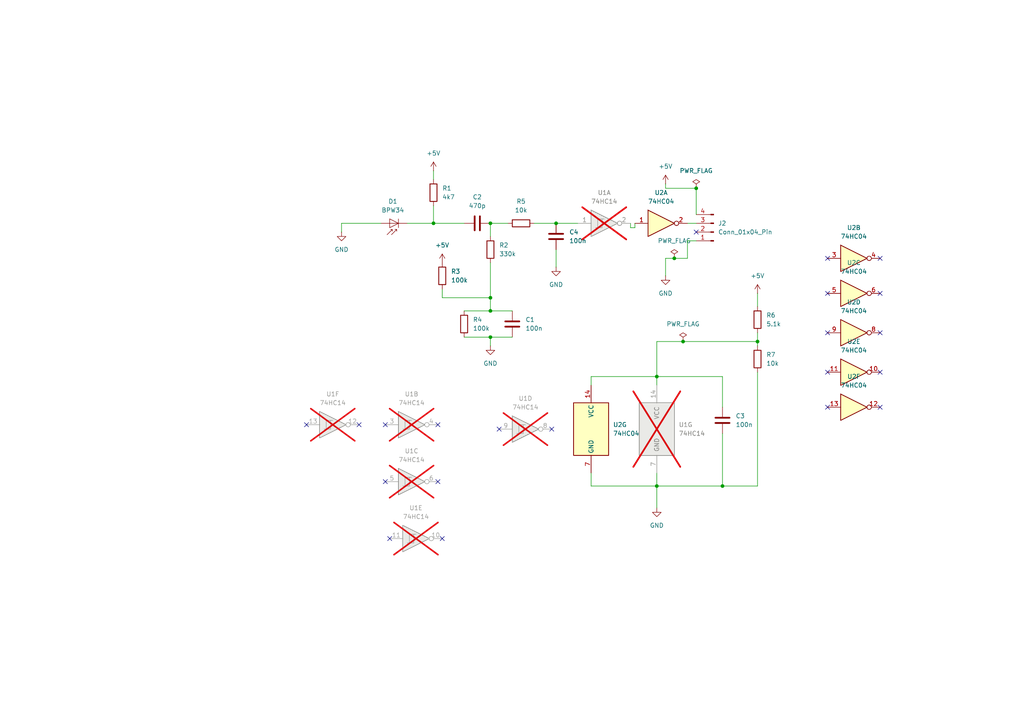
<source format=kicad_sch>
(kicad_sch
	(version 20250114)
	(generator "eeschema")
	(generator_version "9.0")
	(uuid "43fd3f7e-e521-43aa-9b96-348e2fe4b069")
	(paper "A4")
	(lib_symbols
		(symbol "74xx:74HC04"
			(exclude_from_sim no)
			(in_bom yes)
			(on_board yes)
			(property "Reference" "U"
				(at 0 1.27 0)
				(effects
					(font
						(size 1.27 1.27)
					)
				)
			)
			(property "Value" "74HC04"
				(at 0 -1.27 0)
				(effects
					(font
						(size 1.27 1.27)
					)
				)
			)
			(property "Footprint" ""
				(at 0 0 0)
				(effects
					(font
						(size 1.27 1.27)
					)
					(hide yes)
				)
			)
			(property "Datasheet" "https://assets.nexperia.com/documents/data-sheet/74HC_HCT04.pdf"
				(at 0 0 0)
				(effects
					(font
						(size 1.27 1.27)
					)
					(hide yes)
				)
			)
			(property "Description" "Hex Inverter"
				(at 0 0 0)
				(effects
					(font
						(size 1.27 1.27)
					)
					(hide yes)
				)
			)
			(property "ki_locked" ""
				(at 0 0 0)
				(effects
					(font
						(size 1.27 1.27)
					)
				)
			)
			(property "ki_keywords" "HCMOS not inv"
				(at 0 0 0)
				(effects
					(font
						(size 1.27 1.27)
					)
					(hide yes)
				)
			)
			(property "ki_fp_filters" "DIP*W7.62mm* SSOP?14* TSSOP?14*"
				(at 0 0 0)
				(effects
					(font
						(size 1.27 1.27)
					)
					(hide yes)
				)
			)
			(symbol "74HC04_1_0"
				(polyline
					(pts
						(xy -3.81 3.81) (xy -3.81 -3.81) (xy 3.81 0) (xy -3.81 3.81)
					)
					(stroke
						(width 0.254)
						(type default)
					)
					(fill
						(type background)
					)
				)
				(pin input line
					(at -7.62 0 0)
					(length 3.81)
					(name "~"
						(effects
							(font
								(size 1.27 1.27)
							)
						)
					)
					(number "1"
						(effects
							(font
								(size 1.27 1.27)
							)
						)
					)
				)
				(pin output inverted
					(at 7.62 0 180)
					(length 3.81)
					(name "~"
						(effects
							(font
								(size 1.27 1.27)
							)
						)
					)
					(number "2"
						(effects
							(font
								(size 1.27 1.27)
							)
						)
					)
				)
			)
			(symbol "74HC04_2_0"
				(polyline
					(pts
						(xy -3.81 3.81) (xy -3.81 -3.81) (xy 3.81 0) (xy -3.81 3.81)
					)
					(stroke
						(width 0.254)
						(type default)
					)
					(fill
						(type background)
					)
				)
				(pin input line
					(at -7.62 0 0)
					(length 3.81)
					(name "~"
						(effects
							(font
								(size 1.27 1.27)
							)
						)
					)
					(number "3"
						(effects
							(font
								(size 1.27 1.27)
							)
						)
					)
				)
				(pin output inverted
					(at 7.62 0 180)
					(length 3.81)
					(name "~"
						(effects
							(font
								(size 1.27 1.27)
							)
						)
					)
					(number "4"
						(effects
							(font
								(size 1.27 1.27)
							)
						)
					)
				)
			)
			(symbol "74HC04_3_0"
				(polyline
					(pts
						(xy -3.81 3.81) (xy -3.81 -3.81) (xy 3.81 0) (xy -3.81 3.81)
					)
					(stroke
						(width 0.254)
						(type default)
					)
					(fill
						(type background)
					)
				)
				(pin input line
					(at -7.62 0 0)
					(length 3.81)
					(name "~"
						(effects
							(font
								(size 1.27 1.27)
							)
						)
					)
					(number "5"
						(effects
							(font
								(size 1.27 1.27)
							)
						)
					)
				)
				(pin output inverted
					(at 7.62 0 180)
					(length 3.81)
					(name "~"
						(effects
							(font
								(size 1.27 1.27)
							)
						)
					)
					(number "6"
						(effects
							(font
								(size 1.27 1.27)
							)
						)
					)
				)
			)
			(symbol "74HC04_4_0"
				(polyline
					(pts
						(xy -3.81 3.81) (xy -3.81 -3.81) (xy 3.81 0) (xy -3.81 3.81)
					)
					(stroke
						(width 0.254)
						(type default)
					)
					(fill
						(type background)
					)
				)
				(pin input line
					(at -7.62 0 0)
					(length 3.81)
					(name "~"
						(effects
							(font
								(size 1.27 1.27)
							)
						)
					)
					(number "9"
						(effects
							(font
								(size 1.27 1.27)
							)
						)
					)
				)
				(pin output inverted
					(at 7.62 0 180)
					(length 3.81)
					(name "~"
						(effects
							(font
								(size 1.27 1.27)
							)
						)
					)
					(number "8"
						(effects
							(font
								(size 1.27 1.27)
							)
						)
					)
				)
			)
			(symbol "74HC04_5_0"
				(polyline
					(pts
						(xy -3.81 3.81) (xy -3.81 -3.81) (xy 3.81 0) (xy -3.81 3.81)
					)
					(stroke
						(width 0.254)
						(type default)
					)
					(fill
						(type background)
					)
				)
				(pin input line
					(at -7.62 0 0)
					(length 3.81)
					(name "~"
						(effects
							(font
								(size 1.27 1.27)
							)
						)
					)
					(number "11"
						(effects
							(font
								(size 1.27 1.27)
							)
						)
					)
				)
				(pin output inverted
					(at 7.62 0 180)
					(length 3.81)
					(name "~"
						(effects
							(font
								(size 1.27 1.27)
							)
						)
					)
					(number "10"
						(effects
							(font
								(size 1.27 1.27)
							)
						)
					)
				)
			)
			(symbol "74HC04_6_0"
				(polyline
					(pts
						(xy -3.81 3.81) (xy -3.81 -3.81) (xy 3.81 0) (xy -3.81 3.81)
					)
					(stroke
						(width 0.254)
						(type default)
					)
					(fill
						(type background)
					)
				)
				(pin input line
					(at -7.62 0 0)
					(length 3.81)
					(name "~"
						(effects
							(font
								(size 1.27 1.27)
							)
						)
					)
					(number "13"
						(effects
							(font
								(size 1.27 1.27)
							)
						)
					)
				)
				(pin output inverted
					(at 7.62 0 180)
					(length 3.81)
					(name "~"
						(effects
							(font
								(size 1.27 1.27)
							)
						)
					)
					(number "12"
						(effects
							(font
								(size 1.27 1.27)
							)
						)
					)
				)
			)
			(symbol "74HC04_7_0"
				(pin power_in line
					(at 0 12.7 270)
					(length 5.08)
					(name "VCC"
						(effects
							(font
								(size 1.27 1.27)
							)
						)
					)
					(number "14"
						(effects
							(font
								(size 1.27 1.27)
							)
						)
					)
				)
				(pin power_in line
					(at 0 -12.7 90)
					(length 5.08)
					(name "GND"
						(effects
							(font
								(size 1.27 1.27)
							)
						)
					)
					(number "7"
						(effects
							(font
								(size 1.27 1.27)
							)
						)
					)
				)
			)
			(symbol "74HC04_7_1"
				(rectangle
					(start -5.08 7.62)
					(end 5.08 -7.62)
					(stroke
						(width 0.254)
						(type default)
					)
					(fill
						(type background)
					)
				)
			)
			(embedded_fonts no)
		)
		(symbol "74xx:74HC14"
			(pin_names
				(offset 1.016)
			)
			(exclude_from_sim no)
			(in_bom yes)
			(on_board yes)
			(property "Reference" "U"
				(at 0 1.27 0)
				(effects
					(font
						(size 1.27 1.27)
					)
				)
			)
			(property "Value" "74HC14"
				(at 0 -1.27 0)
				(effects
					(font
						(size 1.27 1.27)
					)
				)
			)
			(property "Footprint" ""
				(at 0 0 0)
				(effects
					(font
						(size 1.27 1.27)
					)
					(hide yes)
				)
			)
			(property "Datasheet" "http://www.ti.com/lit/gpn/sn74HC14"
				(at 0 0 0)
				(effects
					(font
						(size 1.27 1.27)
					)
					(hide yes)
				)
			)
			(property "Description" "Hex inverter schmitt trigger"
				(at 0 0 0)
				(effects
					(font
						(size 1.27 1.27)
					)
					(hide yes)
				)
			)
			(property "ki_locked" ""
				(at 0 0 0)
				(effects
					(font
						(size 1.27 1.27)
					)
				)
			)
			(property "ki_keywords" "HCMOS not inverter"
				(at 0 0 0)
				(effects
					(font
						(size 1.27 1.27)
					)
					(hide yes)
				)
			)
			(property "ki_fp_filters" "DIP*W7.62mm*"
				(at 0 0 0)
				(effects
					(font
						(size 1.27 1.27)
					)
					(hide yes)
				)
			)
			(symbol "74HC14_1_0"
				(polyline
					(pts
						(xy -3.81 3.81) (xy -3.81 -3.81) (xy 3.81 0) (xy -3.81 3.81)
					)
					(stroke
						(width 0.254)
						(type default)
					)
					(fill
						(type background)
					)
				)
				(pin input line
					(at -7.62 0 0)
					(length 3.81)
					(name "~"
						(effects
							(font
								(size 1.27 1.27)
							)
						)
					)
					(number "1"
						(effects
							(font
								(size 1.27 1.27)
							)
						)
					)
				)
				(pin output inverted
					(at 7.62 0 180)
					(length 3.81)
					(name "~"
						(effects
							(font
								(size 1.27 1.27)
							)
						)
					)
					(number "2"
						(effects
							(font
								(size 1.27 1.27)
							)
						)
					)
				)
			)
			(symbol "74HC14_1_1"
				(polyline
					(pts
						(xy -2.54 -1.27) (xy -0.635 -1.27) (xy -0.635 1.27) (xy 0 1.27)
					)
					(stroke
						(width 0)
						(type default)
					)
					(fill
						(type none)
					)
				)
				(polyline
					(pts
						(xy -1.905 -1.27) (xy -1.905 1.27) (xy -0.635 1.27)
					)
					(stroke
						(width 0)
						(type default)
					)
					(fill
						(type none)
					)
				)
			)
			(symbol "74HC14_2_0"
				(polyline
					(pts
						(xy -3.81 3.81) (xy -3.81 -3.81) (xy 3.81 0) (xy -3.81 3.81)
					)
					(stroke
						(width 0.254)
						(type default)
					)
					(fill
						(type background)
					)
				)
				(pin input line
					(at -7.62 0 0)
					(length 3.81)
					(name "~"
						(effects
							(font
								(size 1.27 1.27)
							)
						)
					)
					(number "3"
						(effects
							(font
								(size 1.27 1.27)
							)
						)
					)
				)
				(pin output inverted
					(at 7.62 0 180)
					(length 3.81)
					(name "~"
						(effects
							(font
								(size 1.27 1.27)
							)
						)
					)
					(number "4"
						(effects
							(font
								(size 1.27 1.27)
							)
						)
					)
				)
			)
			(symbol "74HC14_2_1"
				(polyline
					(pts
						(xy -2.54 -1.27) (xy -0.635 -1.27) (xy -0.635 1.27) (xy 0 1.27)
					)
					(stroke
						(width 0)
						(type default)
					)
					(fill
						(type none)
					)
				)
				(polyline
					(pts
						(xy -1.905 -1.27) (xy -1.905 1.27) (xy -0.635 1.27)
					)
					(stroke
						(width 0)
						(type default)
					)
					(fill
						(type none)
					)
				)
			)
			(symbol "74HC14_3_0"
				(polyline
					(pts
						(xy -3.81 3.81) (xy -3.81 -3.81) (xy 3.81 0) (xy -3.81 3.81)
					)
					(stroke
						(width 0.254)
						(type default)
					)
					(fill
						(type background)
					)
				)
				(pin input line
					(at -7.62 0 0)
					(length 3.81)
					(name "~"
						(effects
							(font
								(size 1.27 1.27)
							)
						)
					)
					(number "5"
						(effects
							(font
								(size 1.27 1.27)
							)
						)
					)
				)
				(pin output inverted
					(at 7.62 0 180)
					(length 3.81)
					(name "~"
						(effects
							(font
								(size 1.27 1.27)
							)
						)
					)
					(number "6"
						(effects
							(font
								(size 1.27 1.27)
							)
						)
					)
				)
			)
			(symbol "74HC14_3_1"
				(polyline
					(pts
						(xy -2.54 -1.27) (xy -0.635 -1.27) (xy -0.635 1.27) (xy 0 1.27)
					)
					(stroke
						(width 0)
						(type default)
					)
					(fill
						(type none)
					)
				)
				(polyline
					(pts
						(xy -1.905 -1.27) (xy -1.905 1.27) (xy -0.635 1.27)
					)
					(stroke
						(width 0)
						(type default)
					)
					(fill
						(type none)
					)
				)
			)
			(symbol "74HC14_4_0"
				(polyline
					(pts
						(xy -3.81 3.81) (xy -3.81 -3.81) (xy 3.81 0) (xy -3.81 3.81)
					)
					(stroke
						(width 0.254)
						(type default)
					)
					(fill
						(type background)
					)
				)
				(pin input line
					(at -7.62 0 0)
					(length 3.81)
					(name "~"
						(effects
							(font
								(size 1.27 1.27)
							)
						)
					)
					(number "9"
						(effects
							(font
								(size 1.27 1.27)
							)
						)
					)
				)
				(pin output inverted
					(at 7.62 0 180)
					(length 3.81)
					(name "~"
						(effects
							(font
								(size 1.27 1.27)
							)
						)
					)
					(number "8"
						(effects
							(font
								(size 1.27 1.27)
							)
						)
					)
				)
			)
			(symbol "74HC14_4_1"
				(polyline
					(pts
						(xy -2.54 -1.27) (xy -0.635 -1.27) (xy -0.635 1.27) (xy 0 1.27)
					)
					(stroke
						(width 0)
						(type default)
					)
					(fill
						(type none)
					)
				)
				(polyline
					(pts
						(xy -1.905 -1.27) (xy -1.905 1.27) (xy -0.635 1.27)
					)
					(stroke
						(width 0)
						(type default)
					)
					(fill
						(type none)
					)
				)
			)
			(symbol "74HC14_5_0"
				(polyline
					(pts
						(xy -3.81 3.81) (xy -3.81 -3.81) (xy 3.81 0) (xy -3.81 3.81)
					)
					(stroke
						(width 0.254)
						(type default)
					)
					(fill
						(type background)
					)
				)
				(pin input line
					(at -7.62 0 0)
					(length 3.81)
					(name "~"
						(effects
							(font
								(size 1.27 1.27)
							)
						)
					)
					(number "11"
						(effects
							(font
								(size 1.27 1.27)
							)
						)
					)
				)
				(pin output inverted
					(at 7.62 0 180)
					(length 3.81)
					(name "~"
						(effects
							(font
								(size 1.27 1.27)
							)
						)
					)
					(number "10"
						(effects
							(font
								(size 1.27 1.27)
							)
						)
					)
				)
			)
			(symbol "74HC14_5_1"
				(polyline
					(pts
						(xy -2.54 -1.27) (xy -0.635 -1.27) (xy -0.635 1.27) (xy 0 1.27)
					)
					(stroke
						(width 0)
						(type default)
					)
					(fill
						(type none)
					)
				)
				(polyline
					(pts
						(xy -1.905 -1.27) (xy -1.905 1.27) (xy -0.635 1.27)
					)
					(stroke
						(width 0)
						(type default)
					)
					(fill
						(type none)
					)
				)
			)
			(symbol "74HC14_6_0"
				(polyline
					(pts
						(xy -3.81 3.81) (xy -3.81 -3.81) (xy 3.81 0) (xy -3.81 3.81)
					)
					(stroke
						(width 0.254)
						(type default)
					)
					(fill
						(type background)
					)
				)
				(pin input line
					(at -7.62 0 0)
					(length 3.81)
					(name "~"
						(effects
							(font
								(size 1.27 1.27)
							)
						)
					)
					(number "13"
						(effects
							(font
								(size 1.27 1.27)
							)
						)
					)
				)
				(pin output inverted
					(at 7.62 0 180)
					(length 3.81)
					(name "~"
						(effects
							(font
								(size 1.27 1.27)
							)
						)
					)
					(number "12"
						(effects
							(font
								(size 1.27 1.27)
							)
						)
					)
				)
			)
			(symbol "74HC14_6_1"
				(polyline
					(pts
						(xy -2.54 -1.27) (xy -0.635 -1.27) (xy -0.635 1.27) (xy 0 1.27)
					)
					(stroke
						(width 0)
						(type default)
					)
					(fill
						(type none)
					)
				)
				(polyline
					(pts
						(xy -1.905 -1.27) (xy -1.905 1.27) (xy -0.635 1.27)
					)
					(stroke
						(width 0)
						(type default)
					)
					(fill
						(type none)
					)
				)
			)
			(symbol "74HC14_7_0"
				(pin power_in line
					(at 0 12.7 270)
					(length 5.08)
					(name "VCC"
						(effects
							(font
								(size 1.27 1.27)
							)
						)
					)
					(number "14"
						(effects
							(font
								(size 1.27 1.27)
							)
						)
					)
				)
				(pin power_in line
					(at 0 -12.7 90)
					(length 5.08)
					(name "GND"
						(effects
							(font
								(size 1.27 1.27)
							)
						)
					)
					(number "7"
						(effects
							(font
								(size 1.27 1.27)
							)
						)
					)
				)
			)
			(symbol "74HC14_7_1"
				(rectangle
					(start -5.08 7.62)
					(end 5.08 -7.62)
					(stroke
						(width 0.254)
						(type default)
					)
					(fill
						(type background)
					)
				)
			)
			(embedded_fonts no)
		)
		(symbol "Connector:Conn_01x04_Pin"
			(pin_names
				(offset 1.016)
				(hide yes)
			)
			(exclude_from_sim no)
			(in_bom yes)
			(on_board yes)
			(property "Reference" "J"
				(at 0 5.08 0)
				(effects
					(font
						(size 1.27 1.27)
					)
				)
			)
			(property "Value" "Conn_01x04_Pin"
				(at 0 -7.62 0)
				(effects
					(font
						(size 1.27 1.27)
					)
				)
			)
			(property "Footprint" ""
				(at 0 0 0)
				(effects
					(font
						(size 1.27 1.27)
					)
					(hide yes)
				)
			)
			(property "Datasheet" "~"
				(at 0 0 0)
				(effects
					(font
						(size 1.27 1.27)
					)
					(hide yes)
				)
			)
			(property "Description" "Generic connector, single row, 01x04, script generated"
				(at 0 0 0)
				(effects
					(font
						(size 1.27 1.27)
					)
					(hide yes)
				)
			)
			(property "ki_locked" ""
				(at 0 0 0)
				(effects
					(font
						(size 1.27 1.27)
					)
				)
			)
			(property "ki_keywords" "connector"
				(at 0 0 0)
				(effects
					(font
						(size 1.27 1.27)
					)
					(hide yes)
				)
			)
			(property "ki_fp_filters" "Connector*:*_1x??_*"
				(at 0 0 0)
				(effects
					(font
						(size 1.27 1.27)
					)
					(hide yes)
				)
			)
			(symbol "Conn_01x04_Pin_1_1"
				(rectangle
					(start 0.8636 2.667)
					(end 0 2.413)
					(stroke
						(width 0.1524)
						(type default)
					)
					(fill
						(type outline)
					)
				)
				(rectangle
					(start 0.8636 0.127)
					(end 0 -0.127)
					(stroke
						(width 0.1524)
						(type default)
					)
					(fill
						(type outline)
					)
				)
				(rectangle
					(start 0.8636 -2.413)
					(end 0 -2.667)
					(stroke
						(width 0.1524)
						(type default)
					)
					(fill
						(type outline)
					)
				)
				(rectangle
					(start 0.8636 -4.953)
					(end 0 -5.207)
					(stroke
						(width 0.1524)
						(type default)
					)
					(fill
						(type outline)
					)
				)
				(polyline
					(pts
						(xy 1.27 2.54) (xy 0.8636 2.54)
					)
					(stroke
						(width 0.1524)
						(type default)
					)
					(fill
						(type none)
					)
				)
				(polyline
					(pts
						(xy 1.27 0) (xy 0.8636 0)
					)
					(stroke
						(width 0.1524)
						(type default)
					)
					(fill
						(type none)
					)
				)
				(polyline
					(pts
						(xy 1.27 -2.54) (xy 0.8636 -2.54)
					)
					(stroke
						(width 0.1524)
						(type default)
					)
					(fill
						(type none)
					)
				)
				(polyline
					(pts
						(xy 1.27 -5.08) (xy 0.8636 -5.08)
					)
					(stroke
						(width 0.1524)
						(type default)
					)
					(fill
						(type none)
					)
				)
				(pin passive line
					(at 5.08 2.54 180)
					(length 3.81)
					(name "Pin_1"
						(effects
							(font
								(size 1.27 1.27)
							)
						)
					)
					(number "1"
						(effects
							(font
								(size 1.27 1.27)
							)
						)
					)
				)
				(pin passive line
					(at 5.08 0 180)
					(length 3.81)
					(name "Pin_2"
						(effects
							(font
								(size 1.27 1.27)
							)
						)
					)
					(number "2"
						(effects
							(font
								(size 1.27 1.27)
							)
						)
					)
				)
				(pin passive line
					(at 5.08 -2.54 180)
					(length 3.81)
					(name "Pin_3"
						(effects
							(font
								(size 1.27 1.27)
							)
						)
					)
					(number "3"
						(effects
							(font
								(size 1.27 1.27)
							)
						)
					)
				)
				(pin passive line
					(at 5.08 -5.08 180)
					(length 3.81)
					(name "Pin_4"
						(effects
							(font
								(size 1.27 1.27)
							)
						)
					)
					(number "4"
						(effects
							(font
								(size 1.27 1.27)
							)
						)
					)
				)
			)
			(embedded_fonts no)
		)
		(symbol "Device:C"
			(pin_numbers
				(hide yes)
			)
			(pin_names
				(offset 0.254)
			)
			(exclude_from_sim no)
			(in_bom yes)
			(on_board yes)
			(property "Reference" "C"
				(at 0.635 2.54 0)
				(effects
					(font
						(size 1.27 1.27)
					)
					(justify left)
				)
			)
			(property "Value" "C"
				(at 0.635 -2.54 0)
				(effects
					(font
						(size 1.27 1.27)
					)
					(justify left)
				)
			)
			(property "Footprint" ""
				(at 0.9652 -3.81 0)
				(effects
					(font
						(size 1.27 1.27)
					)
					(hide yes)
				)
			)
			(property "Datasheet" "~"
				(at 0 0 0)
				(effects
					(font
						(size 1.27 1.27)
					)
					(hide yes)
				)
			)
			(property "Description" "Unpolarized capacitor"
				(at 0 0 0)
				(effects
					(font
						(size 1.27 1.27)
					)
					(hide yes)
				)
			)
			(property "ki_keywords" "cap capacitor"
				(at 0 0 0)
				(effects
					(font
						(size 1.27 1.27)
					)
					(hide yes)
				)
			)
			(property "ki_fp_filters" "C_*"
				(at 0 0 0)
				(effects
					(font
						(size 1.27 1.27)
					)
					(hide yes)
				)
			)
			(symbol "C_0_1"
				(polyline
					(pts
						(xy -2.032 0.762) (xy 2.032 0.762)
					)
					(stroke
						(width 0.508)
						(type default)
					)
					(fill
						(type none)
					)
				)
				(polyline
					(pts
						(xy -2.032 -0.762) (xy 2.032 -0.762)
					)
					(stroke
						(width 0.508)
						(type default)
					)
					(fill
						(type none)
					)
				)
			)
			(symbol "C_1_1"
				(pin passive line
					(at 0 3.81 270)
					(length 2.794)
					(name "~"
						(effects
							(font
								(size 1.27 1.27)
							)
						)
					)
					(number "1"
						(effects
							(font
								(size 1.27 1.27)
							)
						)
					)
				)
				(pin passive line
					(at 0 -3.81 90)
					(length 2.794)
					(name "~"
						(effects
							(font
								(size 1.27 1.27)
							)
						)
					)
					(number "2"
						(effects
							(font
								(size 1.27 1.27)
							)
						)
					)
				)
			)
			(embedded_fonts no)
		)
		(symbol "Device:R"
			(pin_numbers
				(hide yes)
			)
			(pin_names
				(offset 0)
			)
			(exclude_from_sim no)
			(in_bom yes)
			(on_board yes)
			(property "Reference" "R"
				(at 2.032 0 90)
				(effects
					(font
						(size 1.27 1.27)
					)
				)
			)
			(property "Value" "R"
				(at 0 0 90)
				(effects
					(font
						(size 1.27 1.27)
					)
				)
			)
			(property "Footprint" ""
				(at -1.778 0 90)
				(effects
					(font
						(size 1.27 1.27)
					)
					(hide yes)
				)
			)
			(property "Datasheet" "~"
				(at 0 0 0)
				(effects
					(font
						(size 1.27 1.27)
					)
					(hide yes)
				)
			)
			(property "Description" "Resistor"
				(at 0 0 0)
				(effects
					(font
						(size 1.27 1.27)
					)
					(hide yes)
				)
			)
			(property "ki_keywords" "R res resistor"
				(at 0 0 0)
				(effects
					(font
						(size 1.27 1.27)
					)
					(hide yes)
				)
			)
			(property "ki_fp_filters" "R_*"
				(at 0 0 0)
				(effects
					(font
						(size 1.27 1.27)
					)
					(hide yes)
				)
			)
			(symbol "R_0_1"
				(rectangle
					(start -1.016 -2.54)
					(end 1.016 2.54)
					(stroke
						(width 0.254)
						(type default)
					)
					(fill
						(type none)
					)
				)
			)
			(symbol "R_1_1"
				(pin passive line
					(at 0 3.81 270)
					(length 1.27)
					(name "~"
						(effects
							(font
								(size 1.27 1.27)
							)
						)
					)
					(number "1"
						(effects
							(font
								(size 1.27 1.27)
							)
						)
					)
				)
				(pin passive line
					(at 0 -3.81 90)
					(length 1.27)
					(name "~"
						(effects
							(font
								(size 1.27 1.27)
							)
						)
					)
					(number "2"
						(effects
							(font
								(size 1.27 1.27)
							)
						)
					)
				)
			)
			(embedded_fonts no)
		)
		(symbol "Sensor_Optical:BPW34"
			(pin_numbers
				(hide yes)
			)
			(pin_names
				(offset 1.016)
				(hide yes)
			)
			(exclude_from_sim no)
			(in_bom yes)
			(on_board yes)
			(property "Reference" "D"
				(at 0.508 1.778 0)
				(effects
					(font
						(size 1.27 1.27)
					)
					(justify left)
				)
			)
			(property "Value" "BPW34"
				(at -1.016 -2.794 0)
				(effects
					(font
						(size 1.27 1.27)
					)
				)
			)
			(property "Footprint" "OptoDevice:Osram_DIL2_4.3x4.65mm_P5.08mm"
				(at 0 4.445 0)
				(effects
					(font
						(size 1.27 1.27)
					)
					(hide yes)
				)
			)
			(property "Datasheet" "http://www.vishay.com/docs/81521/bpw34.pdf"
				(at -1.27 0 0)
				(effects
					(font
						(size 1.27 1.27)
					)
					(hide yes)
				)
			)
			(property "Description" "Silicon PIN Photodiode"
				(at 0 0 0)
				(effects
					(font
						(size 1.27 1.27)
					)
					(hide yes)
				)
			)
			(property "ki_keywords" "opto PIN photodiode"
				(at 0 0 0)
				(effects
					(font
						(size 1.27 1.27)
					)
					(hide yes)
				)
			)
			(property "ki_fp_filters" "Osram*DIL2*4.3x4.65mm*P5.08*"
				(at 0 0 0)
				(effects
					(font
						(size 1.27 1.27)
					)
					(hide yes)
				)
			)
			(symbol "BPW34_0_1"
				(polyline
					(pts
						(xy -2.54 1.27) (xy -2.54 -1.27)
					)
					(stroke
						(width 0.1524)
						(type default)
					)
					(fill
						(type none)
					)
				)
				(polyline
					(pts
						(xy -2.032 1.778) (xy -1.524 1.778)
					)
					(stroke
						(width 0)
						(type default)
					)
					(fill
						(type none)
					)
				)
				(polyline
					(pts
						(xy -0.508 3.302) (xy -2.032 1.778) (xy -2.032 2.286)
					)
					(stroke
						(width 0)
						(type default)
					)
					(fill
						(type none)
					)
				)
				(polyline
					(pts
						(xy 0 1.27) (xy -2.54 0) (xy 0 -1.27)
					)
					(stroke
						(width 0)
						(type default)
					)
					(fill
						(type none)
					)
				)
				(polyline
					(pts
						(xy 0 0) (xy -2.54 0)
					)
					(stroke
						(width 0)
						(type default)
					)
					(fill
						(type none)
					)
				)
				(polyline
					(pts
						(xy 0 -1.27) (xy 0 1.27)
					)
					(stroke
						(width 0)
						(type default)
					)
					(fill
						(type none)
					)
				)
				(polyline
					(pts
						(xy 0.762 3.302) (xy -0.762 1.778) (xy -0.762 2.286) (xy -0.762 1.778) (xy -0.254 1.778)
					)
					(stroke
						(width 0)
						(type default)
					)
					(fill
						(type none)
					)
				)
			)
			(symbol "BPW34_1_1"
				(pin passive line
					(at -5.08 0 0)
					(length 2.54)
					(name "K"
						(effects
							(font
								(size 1.27 1.27)
							)
						)
					)
					(number "1"
						(effects
							(font
								(size 1.27 1.27)
							)
						)
					)
				)
				(pin passive line
					(at 2.54 0 180)
					(length 2.54)
					(name "A"
						(effects
							(font
								(size 1.27 1.27)
							)
						)
					)
					(number "2"
						(effects
							(font
								(size 1.27 1.27)
							)
						)
					)
				)
			)
			(embedded_fonts no)
		)
		(symbol "power:+5V"
			(power)
			(pin_numbers
				(hide yes)
			)
			(pin_names
				(offset 0)
				(hide yes)
			)
			(exclude_from_sim no)
			(in_bom yes)
			(on_board yes)
			(property "Reference" "#PWR"
				(at 0 -3.81 0)
				(effects
					(font
						(size 1.27 1.27)
					)
					(hide yes)
				)
			)
			(property "Value" "+5V"
				(at 0 3.556 0)
				(effects
					(font
						(size 1.27 1.27)
					)
				)
			)
			(property "Footprint" ""
				(at 0 0 0)
				(effects
					(font
						(size 1.27 1.27)
					)
					(hide yes)
				)
			)
			(property "Datasheet" ""
				(at 0 0 0)
				(effects
					(font
						(size 1.27 1.27)
					)
					(hide yes)
				)
			)
			(property "Description" "Power symbol creates a global label with name \"+5V\""
				(at 0 0 0)
				(effects
					(font
						(size 1.27 1.27)
					)
					(hide yes)
				)
			)
			(property "ki_keywords" "global power"
				(at 0 0 0)
				(effects
					(font
						(size 1.27 1.27)
					)
					(hide yes)
				)
			)
			(symbol "+5V_0_1"
				(polyline
					(pts
						(xy -0.762 1.27) (xy 0 2.54)
					)
					(stroke
						(width 0)
						(type default)
					)
					(fill
						(type none)
					)
				)
				(polyline
					(pts
						(xy 0 2.54) (xy 0.762 1.27)
					)
					(stroke
						(width 0)
						(type default)
					)
					(fill
						(type none)
					)
				)
				(polyline
					(pts
						(xy 0 0) (xy 0 2.54)
					)
					(stroke
						(width 0)
						(type default)
					)
					(fill
						(type none)
					)
				)
			)
			(symbol "+5V_1_1"
				(pin power_in line
					(at 0 0 90)
					(length 0)
					(name "~"
						(effects
							(font
								(size 1.27 1.27)
							)
						)
					)
					(number "1"
						(effects
							(font
								(size 1.27 1.27)
							)
						)
					)
				)
			)
			(embedded_fonts no)
		)
		(symbol "power:GND"
			(power)
			(pin_numbers
				(hide yes)
			)
			(pin_names
				(offset 0)
				(hide yes)
			)
			(exclude_from_sim no)
			(in_bom yes)
			(on_board yes)
			(property "Reference" "#PWR"
				(at 0 -6.35 0)
				(effects
					(font
						(size 1.27 1.27)
					)
					(hide yes)
				)
			)
			(property "Value" "GND"
				(at 0 -3.81 0)
				(effects
					(font
						(size 1.27 1.27)
					)
				)
			)
			(property "Footprint" ""
				(at 0 0 0)
				(effects
					(font
						(size 1.27 1.27)
					)
					(hide yes)
				)
			)
			(property "Datasheet" ""
				(at 0 0 0)
				(effects
					(font
						(size 1.27 1.27)
					)
					(hide yes)
				)
			)
			(property "Description" "Power symbol creates a global label with name \"GND\" , ground"
				(at 0 0 0)
				(effects
					(font
						(size 1.27 1.27)
					)
					(hide yes)
				)
			)
			(property "ki_keywords" "global power"
				(at 0 0 0)
				(effects
					(font
						(size 1.27 1.27)
					)
					(hide yes)
				)
			)
			(symbol "GND_0_1"
				(polyline
					(pts
						(xy 0 0) (xy 0 -1.27) (xy 1.27 -1.27) (xy 0 -2.54) (xy -1.27 -1.27) (xy 0 -1.27)
					)
					(stroke
						(width 0)
						(type default)
					)
					(fill
						(type none)
					)
				)
			)
			(symbol "GND_1_1"
				(pin power_in line
					(at 0 0 270)
					(length 0)
					(name "~"
						(effects
							(font
								(size 1.27 1.27)
							)
						)
					)
					(number "1"
						(effects
							(font
								(size 1.27 1.27)
							)
						)
					)
				)
			)
			(embedded_fonts no)
		)
		(symbol "power:PWR_FLAG"
			(power)
			(pin_numbers
				(hide yes)
			)
			(pin_names
				(offset 0)
				(hide yes)
			)
			(exclude_from_sim no)
			(in_bom yes)
			(on_board yes)
			(property "Reference" "#FLG"
				(at 0 1.905 0)
				(effects
					(font
						(size 1.27 1.27)
					)
					(hide yes)
				)
			)
			(property "Value" "PWR_FLAG"
				(at 0 3.81 0)
				(effects
					(font
						(size 1.27 1.27)
					)
				)
			)
			(property "Footprint" ""
				(at 0 0 0)
				(effects
					(font
						(size 1.27 1.27)
					)
					(hide yes)
				)
			)
			(property "Datasheet" "~"
				(at 0 0 0)
				(effects
					(font
						(size 1.27 1.27)
					)
					(hide yes)
				)
			)
			(property "Description" "Special symbol for telling ERC where power comes from"
				(at 0 0 0)
				(effects
					(font
						(size 1.27 1.27)
					)
					(hide yes)
				)
			)
			(property "ki_keywords" "flag power"
				(at 0 0 0)
				(effects
					(font
						(size 1.27 1.27)
					)
					(hide yes)
				)
			)
			(symbol "PWR_FLAG_0_0"
				(pin power_out line
					(at 0 0 90)
					(length 0)
					(name "~"
						(effects
							(font
								(size 1.27 1.27)
							)
						)
					)
					(number "1"
						(effects
							(font
								(size 1.27 1.27)
							)
						)
					)
				)
			)
			(symbol "PWR_FLAG_0_1"
				(polyline
					(pts
						(xy 0 0) (xy 0 1.27) (xy -1.016 1.905) (xy 0 2.54) (xy 1.016 1.905) (xy 0 1.27)
					)
					(stroke
						(width 0)
						(type default)
					)
					(fill
						(type none)
					)
				)
			)
			(embedded_fonts no)
		)
	)
	(junction
		(at 219.71 99.06)
		(diameter 0)
		(color 0 0 0 0)
		(uuid "0fd14170-7b05-47cc-9566-dc876d6991b7")
	)
	(junction
		(at 142.24 97.79)
		(diameter 0)
		(color 0 0 0 0)
		(uuid "1ac61b66-b5d3-4ff8-9bf1-a76aee76a5f7")
	)
	(junction
		(at 142.24 86.36)
		(diameter 0)
		(color 0 0 0 0)
		(uuid "3dbda3c7-f9e6-4180-87d6-95205191171a")
	)
	(junction
		(at 190.5 109.22)
		(diameter 0)
		(color 0 0 0 0)
		(uuid "858202b1-db9b-4ea3-b5d0-410831bbfae8")
	)
	(junction
		(at 195.58 74.93)
		(diameter 0)
		(color 0 0 0 0)
		(uuid "8d27a4b1-1ae2-447b-ab37-251e4ab8e45c")
	)
	(junction
		(at 190.5 140.97)
		(diameter 0)
		(color 0 0 0 0)
		(uuid "a6f5d65f-cf5d-4b60-8dd0-d57a02d5017e")
	)
	(junction
		(at 201.93 54.61)
		(diameter 0)
		(color 0 0 0 0)
		(uuid "c2ea37e5-61b4-40b9-a07c-b49cff77420a")
	)
	(junction
		(at 209.55 140.97)
		(diameter 0)
		(color 0 0 0 0)
		(uuid "c44584b6-529c-42c4-9fda-46e66605e698")
	)
	(junction
		(at 142.24 90.17)
		(diameter 0)
		(color 0 0 0 0)
		(uuid "c591254b-31b5-4d6b-9b02-bf3beab08a85")
	)
	(junction
		(at 161.29 64.77)
		(diameter 0)
		(color 0 0 0 0)
		(uuid "db8a047b-d0e6-4cac-b601-5e90b6557a32")
	)
	(junction
		(at 142.24 64.77)
		(diameter 0)
		(color 0 0 0 0)
		(uuid "e4c42820-fe1e-49c5-936c-f71f43de7466")
	)
	(junction
		(at 125.73 64.77)
		(diameter 0)
		(color 0 0 0 0)
		(uuid "edd89eab-777c-4d69-864f-bb4ece216ef9")
	)
	(junction
		(at 198.12 99.06)
		(diameter 0)
		(color 0 0 0 0)
		(uuid "f70d4034-400b-43a4-9f7c-796a84581dcb")
	)
	(no_connect
		(at 128.27 156.21)
		(uuid "1dd7b963-174b-4267-950c-e3e6ae4b1f99")
	)
	(no_connect
		(at 255.27 85.09)
		(uuid "36731916-eff0-4cdf-b2b0-a0ebac331b9c")
	)
	(no_connect
		(at 104.14 123.19)
		(uuid "46c41c76-a89a-48ca-a85e-1eb2570a9490")
	)
	(no_connect
		(at 201.93 67.31)
		(uuid "50ad2ea3-8995-4e0b-ae23-3e1389dfe447")
	)
	(no_connect
		(at 113.03 156.21)
		(uuid "5eefbdd0-df26-4ae1-a1f4-7fb6bb0fee71")
	)
	(no_connect
		(at 127 123.19)
		(uuid "6a21f39a-ba7d-4545-9927-c0f593898048")
	)
	(no_connect
		(at 111.76 123.19)
		(uuid "6e777a0e-f70f-43b3-a253-774c5bd9f7f5")
	)
	(no_connect
		(at 255.27 107.95)
		(uuid "72560da6-2562-440c-b677-ea71e3903154")
	)
	(no_connect
		(at 240.03 107.95)
		(uuid "9ca470ed-52ed-44f8-9806-9751a0794954")
	)
	(no_connect
		(at 240.03 74.93)
		(uuid "9ecce056-e969-4b58-8bf2-b537a8d87842")
	)
	(no_connect
		(at 255.27 118.11)
		(uuid "9f936f7b-87a3-4115-bc1f-80d227eb6362")
	)
	(no_connect
		(at 111.76 139.7)
		(uuid "a0419d67-c4b7-4d7c-8453-1dd076aa24cb")
	)
	(no_connect
		(at 88.9 123.19)
		(uuid "a43c7904-4b29-43e2-81f5-75a9a011c393")
	)
	(no_connect
		(at 255.27 74.93)
		(uuid "ac03c232-f008-4020-b311-6a108218116a")
	)
	(no_connect
		(at 240.03 85.09)
		(uuid "ba9f0b2b-6569-4062-845b-2899d1dbc1cf")
	)
	(no_connect
		(at 240.03 96.52)
		(uuid "bfc91c38-96f8-4ff7-9df9-de028d5ac431")
	)
	(no_connect
		(at 127 139.7)
		(uuid "c84ce45e-f3c6-4c0f-be2b-6e45a8a05240")
	)
	(no_connect
		(at 160.02 124.46)
		(uuid "cb4de8e4-8b35-49d1-875d-013ca55e7b38")
	)
	(no_connect
		(at 255.27 96.52)
		(uuid "e9ac3d2d-0ae9-41eb-b363-f3dfbe1ee9e6")
	)
	(no_connect
		(at 144.78 124.46)
		(uuid "eaf8b867-2034-4408-acb2-41b6dd6f5fb0")
	)
	(no_connect
		(at 240.03 118.11)
		(uuid "ee63446a-3ce2-47fe-8482-508ed9809749")
	)
	(wire
		(pts
			(xy 190.5 109.22) (xy 190.5 111.76)
		)
		(stroke
			(width 0)
			(type default)
		)
		(uuid "0590f10e-afc2-4cbd-8610-5acf8c078c1b")
	)
	(wire
		(pts
			(xy 118.11 64.77) (xy 125.73 64.77)
		)
		(stroke
			(width 0)
			(type default)
		)
		(uuid "061d0fc0-a45b-451b-9279-637706b40d95")
	)
	(wire
		(pts
			(xy 125.73 64.77) (xy 134.62 64.77)
		)
		(stroke
			(width 0)
			(type default)
		)
		(uuid "0628624b-862e-4740-ad2d-35d29bd5c942")
	)
	(wire
		(pts
			(xy 142.24 64.77) (xy 147.32 64.77)
		)
		(stroke
			(width 0)
			(type default)
		)
		(uuid "09a20f64-d2ae-4072-9694-127a85accb8d")
	)
	(wire
		(pts
			(xy 110.49 64.77) (xy 99.06 64.77)
		)
		(stroke
			(width 0)
			(type default)
		)
		(uuid "0da4f6e3-43b0-4be6-a1ac-dac5bb5ac9fc")
	)
	(wire
		(pts
			(xy 193.04 54.61) (xy 201.93 54.61)
		)
		(stroke
			(width 0)
			(type default)
		)
		(uuid "10e0d3bb-7cc1-4c61-9cd2-7b44368743d9")
	)
	(wire
		(pts
			(xy 142.24 64.77) (xy 142.24 68.58)
		)
		(stroke
			(width 0)
			(type default)
		)
		(uuid "193228dd-0329-4c3d-9274-d6e6513f75ee")
	)
	(wire
		(pts
			(xy 125.73 64.77) (xy 125.73 59.69)
		)
		(stroke
			(width 0)
			(type default)
		)
		(uuid "1a50edcf-0181-41fd-92bf-9af758b2e2c8")
	)
	(wire
		(pts
			(xy 142.24 97.79) (xy 142.24 100.33)
		)
		(stroke
			(width 0)
			(type default)
		)
		(uuid "1b05d97a-a995-43e3-806f-afd8114df977")
	)
	(wire
		(pts
			(xy 190.5 109.22) (xy 171.45 109.22)
		)
		(stroke
			(width 0)
			(type default)
		)
		(uuid "20cbe8a0-2805-4a6c-81be-0ca3d6247123")
	)
	(wire
		(pts
			(xy 219.71 85.09) (xy 219.71 88.9)
		)
		(stroke
			(width 0)
			(type default)
		)
		(uuid "229994b3-5803-4a02-afce-cfcb2829db4e")
	)
	(wire
		(pts
			(xy 184.15 66.04) (xy 182.88 66.04)
		)
		(stroke
			(width 0)
			(type default)
		)
		(uuid "24387b4f-c93c-440f-811c-6eb5280a2860")
	)
	(wire
		(pts
			(xy 219.71 107.95) (xy 219.71 140.97)
		)
		(stroke
			(width 0)
			(type default)
		)
		(uuid "2b9b5b85-d4fd-4096-83fc-89108ba87936")
	)
	(wire
		(pts
			(xy 125.73 49.53) (xy 125.73 52.07)
		)
		(stroke
			(width 0)
			(type default)
		)
		(uuid "2f5f0b7f-6d35-47f8-8752-5a6df8cc1c05")
	)
	(wire
		(pts
			(xy 190.5 109.22) (xy 209.55 109.22)
		)
		(stroke
			(width 0)
			(type default)
		)
		(uuid "3442f86e-0e00-4247-a4db-0677d992cf59")
	)
	(wire
		(pts
			(xy 134.62 90.17) (xy 142.24 90.17)
		)
		(stroke
			(width 0)
			(type default)
		)
		(uuid "381514cb-5ee0-40cb-8ca5-49d8e7ff05f1")
	)
	(wire
		(pts
			(xy 154.94 64.77) (xy 161.29 64.77)
		)
		(stroke
			(width 0)
			(type default)
		)
		(uuid "3b51292e-8668-48aa-a898-453abfde282d")
	)
	(wire
		(pts
			(xy 199.39 69.85) (xy 201.93 69.85)
		)
		(stroke
			(width 0)
			(type default)
		)
		(uuid "3fa816a2-37ec-424e-8992-8aac0556be28")
	)
	(wire
		(pts
			(xy 161.29 72.39) (xy 161.29 77.47)
		)
		(stroke
			(width 0)
			(type default)
		)
		(uuid "447fc008-3ed7-4d5c-97d3-4e8fde9af15f")
	)
	(wire
		(pts
			(xy 171.45 109.22) (xy 171.45 111.76)
		)
		(stroke
			(width 0)
			(type default)
		)
		(uuid "46cfa5b4-6203-45a4-9a99-eed807f646d9")
	)
	(wire
		(pts
			(xy 142.24 90.17) (xy 148.59 90.17)
		)
		(stroke
			(width 0)
			(type default)
		)
		(uuid "4a1ac777-88ca-4fb0-a77c-7c9a10367dbd")
	)
	(wire
		(pts
			(xy 99.06 64.77) (xy 99.06 67.31)
		)
		(stroke
			(width 0)
			(type default)
		)
		(uuid "4e3a6ca0-6d62-4cb4-a49c-c04be72f8d2a")
	)
	(wire
		(pts
			(xy 182.88 66.04) (xy 182.88 64.77)
		)
		(stroke
			(width 0)
			(type default)
		)
		(uuid "53c4300b-abfd-4ed0-a4ba-4c36066b1814")
	)
	(wire
		(pts
			(xy 142.24 97.79) (xy 148.59 97.79)
		)
		(stroke
			(width 0)
			(type default)
		)
		(uuid "57a59d7a-ecfc-4e68-8281-ecee0f619741")
	)
	(wire
		(pts
			(xy 171.45 140.97) (xy 190.5 140.97)
		)
		(stroke
			(width 0)
			(type default)
		)
		(uuid "5aa47037-ca51-4a4a-b42a-d3ec442d3899")
	)
	(wire
		(pts
			(xy 199.39 74.93) (xy 195.58 74.93)
		)
		(stroke
			(width 0)
			(type default)
		)
		(uuid "5b84868d-2744-4247-b58c-ce493243cd16")
	)
	(wire
		(pts
			(xy 190.5 140.97) (xy 190.5 137.16)
		)
		(stroke
			(width 0)
			(type default)
		)
		(uuid "5db863b1-a35d-4864-b1e6-aba44b7fd6f9")
	)
	(wire
		(pts
			(xy 190.5 99.06) (xy 190.5 109.22)
		)
		(stroke
			(width 0)
			(type default)
		)
		(uuid "6494ed2a-aa84-4796-a581-5d6e5f3ac1c9")
	)
	(wire
		(pts
			(xy 219.71 99.06) (xy 198.12 99.06)
		)
		(stroke
			(width 0)
			(type default)
		)
		(uuid "6a159711-d615-480a-98d2-d58e74e17a01")
	)
	(wire
		(pts
			(xy 142.24 76.2) (xy 142.24 86.36)
		)
		(stroke
			(width 0)
			(type default)
		)
		(uuid "85c8b23a-648a-495e-8952-ea4cf4cebc65")
	)
	(wire
		(pts
			(xy 128.27 86.36) (xy 128.27 83.82)
		)
		(stroke
			(width 0)
			(type default)
		)
		(uuid "987f5469-2516-4a4b-9787-ee04a5a7c1b5")
	)
	(wire
		(pts
			(xy 219.71 96.52) (xy 219.71 99.06)
		)
		(stroke
			(width 0)
			(type default)
		)
		(uuid "998e3445-4e1e-4345-a7fd-cf8a026a586f")
	)
	(wire
		(pts
			(xy 142.24 86.36) (xy 128.27 86.36)
		)
		(stroke
			(width 0)
			(type default)
		)
		(uuid "9a02cf66-11ec-45e6-9631-e5fa49c07f91")
	)
	(wire
		(pts
			(xy 209.55 109.22) (xy 209.55 118.11)
		)
		(stroke
			(width 0)
			(type default)
		)
		(uuid "9f94d214-1dd4-4769-99e8-2b2ca9ad37be")
	)
	(wire
		(pts
			(xy 161.29 64.77) (xy 167.64 64.77)
		)
		(stroke
			(width 0)
			(type default)
		)
		(uuid "a16ce1c6-62f5-48d8-9674-0a60a13085b1")
	)
	(wire
		(pts
			(xy 199.39 64.77) (xy 201.93 64.77)
		)
		(stroke
			(width 0)
			(type default)
		)
		(uuid "a17c84f9-3d32-4a2a-9751-f1255b7f0a28")
	)
	(wire
		(pts
			(xy 195.58 74.93) (xy 193.04 74.93)
		)
		(stroke
			(width 0)
			(type default)
		)
		(uuid "a3e1298a-30f3-4c9a-82f2-aaa69173d3de")
	)
	(wire
		(pts
			(xy 184.15 64.77) (xy 184.15 66.04)
		)
		(stroke
			(width 0)
			(type default)
		)
		(uuid "a8621353-3340-42ed-add1-9d4b53b55221")
	)
	(wire
		(pts
			(xy 219.71 99.06) (xy 219.71 100.33)
		)
		(stroke
			(width 0)
			(type default)
		)
		(uuid "b1703679-d344-43ae-9d66-625b0188f483")
	)
	(wire
		(pts
			(xy 199.39 74.93) (xy 199.39 69.85)
		)
		(stroke
			(width 0)
			(type default)
		)
		(uuid "bd196308-a89c-4782-8fc5-85e1dad4d8b2")
	)
	(wire
		(pts
			(xy 219.71 140.97) (xy 209.55 140.97)
		)
		(stroke
			(width 0)
			(type default)
		)
		(uuid "c499d338-744c-4a51-af47-74d8091fd703")
	)
	(wire
		(pts
			(xy 198.12 99.06) (xy 190.5 99.06)
		)
		(stroke
			(width 0)
			(type default)
		)
		(uuid "d4fc4c8c-83ff-412a-8236-949946042ce8")
	)
	(wire
		(pts
			(xy 201.93 54.61) (xy 201.93 62.23)
		)
		(stroke
			(width 0)
			(type default)
		)
		(uuid "d745c216-a772-4a8a-be2f-c3b97f6c19bc")
	)
	(wire
		(pts
			(xy 190.5 140.97) (xy 209.55 140.97)
		)
		(stroke
			(width 0)
			(type default)
		)
		(uuid "d78ab6e5-9b6c-4ed0-8be2-c284d5c93259")
	)
	(wire
		(pts
			(xy 142.24 86.36) (xy 142.24 90.17)
		)
		(stroke
			(width 0)
			(type default)
		)
		(uuid "d9470e7b-2436-4a69-903d-2c4e29fc24d9")
	)
	(wire
		(pts
			(xy 134.62 97.79) (xy 142.24 97.79)
		)
		(stroke
			(width 0)
			(type default)
		)
		(uuid "ddf68e39-6902-433d-b739-b4beb708c7b7")
	)
	(wire
		(pts
			(xy 171.45 137.16) (xy 171.45 140.97)
		)
		(stroke
			(width 0)
			(type default)
		)
		(uuid "dee39920-d295-4bb1-83c0-f45d3ac50f07")
	)
	(wire
		(pts
			(xy 190.5 147.32) (xy 190.5 140.97)
		)
		(stroke
			(width 0)
			(type default)
		)
		(uuid "df38f55b-5f5f-4d54-8d9e-2d96902e6fa8")
	)
	(wire
		(pts
			(xy 209.55 140.97) (xy 209.55 125.73)
		)
		(stroke
			(width 0)
			(type default)
		)
		(uuid "e3499c18-49c0-49e0-a604-b4827ad6fe0c")
	)
	(wire
		(pts
			(xy 193.04 53.34) (xy 193.04 54.61)
		)
		(stroke
			(width 0)
			(type default)
		)
		(uuid "e3f4db5d-96d6-40e2-b4ca-c9f7182a177b")
	)
	(wire
		(pts
			(xy 193.04 74.93) (xy 193.04 80.01)
		)
		(stroke
			(width 0)
			(type default)
		)
		(uuid "f0571f77-20ea-4084-87e4-135bed1bd50f")
	)
	(symbol
		(lib_id "power:+5V")
		(at 193.04 53.34 0)
		(unit 1)
		(exclude_from_sim no)
		(in_bom yes)
		(on_board yes)
		(dnp no)
		(fields_autoplaced yes)
		(uuid "134e23f5-d67b-4d7f-9ac8-59e758eb606e")
		(property "Reference" "#PWR06"
			(at 193.04 57.15 0)
			(effects
				(font
					(size 1.27 1.27)
				)
				(hide yes)
			)
		)
		(property "Value" "+5V"
			(at 193.04 48.26 0)
			(effects
				(font
					(size 1.27 1.27)
				)
			)
		)
		(property "Footprint" ""
			(at 193.04 53.34 0)
			(effects
				(font
					(size 1.27 1.27)
				)
				(hide yes)
			)
		)
		(property "Datasheet" ""
			(at 193.04 53.34 0)
			(effects
				(font
					(size 1.27 1.27)
				)
				(hide yes)
			)
		)
		(property "Description" "Power symbol creates a global label with name \"+5V\""
			(at 193.04 53.34 0)
			(effects
				(font
					(size 1.27 1.27)
				)
				(hide yes)
			)
		)
		(pin "1"
			(uuid "1e75e211-2957-48fc-a76b-df9ff2de384a")
		)
		(instances
			(project "Laser Circuit Through Hole"
				(path "/43fd3f7e-e521-43aa-9b96-348e2fe4b069"
					(reference "#PWR06")
					(unit 1)
				)
			)
		)
	)
	(symbol
		(lib_id "74xx:74HC14")
		(at 96.52 123.19 0)
		(unit 6)
		(exclude_from_sim no)
		(in_bom no)
		(on_board yes)
		(dnp yes)
		(fields_autoplaced yes)
		(uuid "157b5598-55f2-41a9-b36f-3e5f9f611f02")
		(property "Reference" "U1"
			(at 96.52 114.3 0)
			(effects
				(font
					(size 1.27 1.27)
				)
			)
		)
		(property "Value" "74HC14"
			(at 96.52 116.84 0)
			(effects
				(font
					(size 1.27 1.27)
				)
			)
		)
		(property "Footprint" "Package_DIP:DIP-14_W7.62mm"
			(at 96.52 123.19 0)
			(effects
				(font
					(size 1.27 1.27)
				)
				(hide yes)
			)
		)
		(property "Datasheet" "http://www.ti.com/lit/gpn/sn74HC14"
			(at 96.52 123.19 0)
			(effects
				(font
					(size 1.27 1.27)
				)
				(hide yes)
			)
		)
		(property "Description" "Hex inverter schmitt trigger"
			(at 96.52 123.19 0)
			(effects
				(font
					(size 1.27 1.27)
				)
				(hide yes)
			)
		)
		(property "Component" ""
			(at 96.52 123.19 0)
			(effects
				(font
					(size 1.27 1.27)
				)
				(hide yes)
			)
		)
		(property "JLC Component Number" ""
			(at 96.52 123.19 0)
			(effects
				(font
					(size 1.27 1.27)
				)
				(hide yes)
			)
		)
		(property "Manufacturer" ""
			(at 96.52 123.19 0)
			(effects
				(font
					(size 1.27 1.27)
				)
				(hide yes)
			)
		)
		(pin "6"
			(uuid "cec26c30-d24c-4eda-97a3-342be42abe5e")
		)
		(pin "2"
			(uuid "704ca19a-57c6-42b3-8201-e7a00f38db92")
		)
		(pin "4"
			(uuid "00ce3ef2-c7b2-4b23-8f40-bfd3d853bf52")
		)
		(pin "7"
			(uuid "e1cfd17b-20df-462d-9de2-781179056663")
		)
		(pin "3"
			(uuid "58d5854d-0650-4a8a-8714-9b1ec4eebdad")
		)
		(pin "12"
			(uuid "4fe7f46f-013f-4887-9724-024083e7a295")
		)
		(pin "8"
			(uuid "b1871bf5-4bee-4b88-925c-4b94bc877920")
		)
		(pin "9"
			(uuid "21e6dc5d-9aab-4025-b9c2-fe5f75c52173")
		)
		(pin "1"
			(uuid "e47ae3b5-3407-4a10-9c07-d92a8cd52b1f")
		)
		(pin "5"
			(uuid "ad7edd9b-86e7-4cde-91ff-96be8fd7c690")
		)
		(pin "11"
			(uuid "53ec19e7-b915-4982-8978-303c8d1e18f7")
		)
		(pin "10"
			(uuid "9e86c194-5d5d-4703-90f1-fa975b62a32d")
		)
		(pin "13"
			(uuid "80e6903e-39ea-410e-bb15-d193a9bb7ccd")
		)
		(pin "14"
			(uuid "1ec1469d-b002-4bf1-891b-52fe8a2deec0")
		)
		(instances
			(project "Laser Circuit Through Hole"
				(path "/43fd3f7e-e521-43aa-9b96-348e2fe4b069"
					(reference "U1")
					(unit 6)
				)
			)
		)
	)
	(symbol
		(lib_id "Device:C")
		(at 209.55 121.92 180)
		(unit 1)
		(exclude_from_sim no)
		(in_bom yes)
		(on_board yes)
		(dnp no)
		(fields_autoplaced yes)
		(uuid "1a5e88fc-09f9-4fc8-aa9e-c46776f8e6c0")
		(property "Reference" "C3"
			(at 213.36 120.6499 0)
			(effects
				(font
					(size 1.27 1.27)
				)
				(justify right)
			)
		)
		(property "Value" "100n"
			(at 213.36 123.1899 0)
			(effects
				(font
					(size 1.27 1.27)
				)
				(justify right)
			)
		)
		(property "Footprint" "Capacitor_THT:C_Disc_D4.7mm_W2.5mm_P5.00mm"
			(at 208.5848 118.11 0)
			(effects
				(font
					(size 1.27 1.27)
				)
				(hide yes)
			)
		)
		(property "Datasheet" "https://jlcpcb.com/api/file/downloadByFileSystemAccessId/8579707083955945472"
			(at 209.55 121.92 0)
			(effects
				(font
					(size 1.27 1.27)
				)
				(hide yes)
			)
		)
		(property "Description" "Unpolarized capacitor"
			(at 209.55 121.92 0)
			(effects
				(font
					(size 1.27 1.27)
				)
				(hide yes)
			)
		)
		(property "Component" "CC0603KRX7R9BB104"
			(at 209.55 121.92 0)
			(effects
				(font
					(size 1.27 1.27)
				)
				(hide yes)
			)
		)
		(property "JLC Component Number" "C14663"
			(at 209.55 121.92 0)
			(effects
				(font
					(size 1.27 1.27)
				)
				(hide yes)
			)
		)
		(property "Manufacturer" "YAGEO"
			(at 209.55 121.92 0)
			(effects
				(font
					(size 1.27 1.27)
				)
				(hide yes)
			)
		)
		(pin "1"
			(uuid "e34551ff-ac86-4ec8-8c0c-ec52a15c22e9")
		)
		(pin "2"
			(uuid "073a5ea0-6450-4e2c-8afd-0d3a4cdee87e")
		)
		(instances
			(project "Laser Circuit Through Hole"
				(path "/43fd3f7e-e521-43aa-9b96-348e2fe4b069"
					(reference "C3")
					(unit 1)
				)
			)
		)
	)
	(symbol
		(lib_id "Device:R")
		(at 128.27 80.01 0)
		(unit 1)
		(exclude_from_sim no)
		(in_bom yes)
		(on_board yes)
		(dnp no)
		(fields_autoplaced yes)
		(uuid "1e78058b-48ed-4920-a81c-643705417fd2")
		(property "Reference" "R3"
			(at 130.81 78.7399 0)
			(effects
				(font
					(size 1.27 1.27)
				)
				(justify left)
			)
		)
		(property "Value" "100k"
			(at 130.81 81.2799 0)
			(effects
				(font
					(size 1.27 1.27)
				)
				(justify left)
			)
		)
		(property "Footprint" "Resistor_THT:R_Axial_DIN0207_L6.3mm_D2.5mm_P7.62mm_Horizontal"
			(at 126.492 80.01 90)
			(effects
				(font
					(size 1.27 1.27)
				)
				(hide yes)
			)
		)
		(property "Datasheet" "https://jlcpcb.com/api/file/downloadByFileSystemAccessId/8579706262591750144"
			(at 128.27 80.01 0)
			(effects
				(font
					(size 1.27 1.27)
				)
				(hide yes)
			)
		)
		(property "Description" "Resistor"
			(at 128.27 80.01 0)
			(effects
				(font
					(size 1.27 1.27)
				)
				(hide yes)
			)
		)
		(property "Component" "0603WAF4703T5E "
			(at 128.27 80.01 0)
			(effects
				(font
					(size 1.27 1.27)
				)
				(hide yes)
			)
		)
		(property "JLC Component Number" "C23178"
			(at 128.27 80.01 0)
			(effects
				(font
					(size 1.27 1.27)
				)
				(hide yes)
			)
		)
		(property "Manufacturer" "UNI-ROYAL(Uniroyal Elec)"
			(at 128.27 80.01 0)
			(effects
				(font
					(size 1.27 1.27)
				)
				(hide yes)
			)
		)
		(pin "1"
			(uuid "37e3de4d-14dd-4bca-a622-73cd5da8a52b")
		)
		(pin "2"
			(uuid "3f196933-34bc-4ce9-a87c-72dd669edbdf")
		)
		(instances
			(project "Laser Circuit Through Hole"
				(path "/43fd3f7e-e521-43aa-9b96-348e2fe4b069"
					(reference "R3")
					(unit 1)
				)
			)
		)
	)
	(symbol
		(lib_id "power:GND")
		(at 190.5 147.32 0)
		(unit 1)
		(exclude_from_sim no)
		(in_bom yes)
		(on_board yes)
		(dnp no)
		(fields_autoplaced yes)
		(uuid "32fdf78f-4d8b-47d3-9830-18520f564498")
		(property "Reference" "#PWR07"
			(at 190.5 153.67 0)
			(effects
				(font
					(size 1.27 1.27)
				)
				(hide yes)
			)
		)
		(property "Value" "GND"
			(at 190.5 152.4 0)
			(effects
				(font
					(size 1.27 1.27)
				)
			)
		)
		(property "Footprint" ""
			(at 190.5 147.32 0)
			(effects
				(font
					(size 1.27 1.27)
				)
				(hide yes)
			)
		)
		(property "Datasheet" ""
			(at 190.5 147.32 0)
			(effects
				(font
					(size 1.27 1.27)
				)
				(hide yes)
			)
		)
		(property "Description" "Power symbol creates a global label with name \"GND\" , ground"
			(at 190.5 147.32 0)
			(effects
				(font
					(size 1.27 1.27)
				)
				(hide yes)
			)
		)
		(pin "1"
			(uuid "68cff5b4-8fc5-4eaa-b367-517534cf3a66")
		)
		(instances
			(project "Laser Circuit Through Hole"
				(path "/43fd3f7e-e521-43aa-9b96-348e2fe4b069"
					(reference "#PWR07")
					(unit 1)
				)
			)
		)
	)
	(symbol
		(lib_id "Device:R")
		(at 151.13 64.77 90)
		(unit 1)
		(exclude_from_sim no)
		(in_bom yes)
		(on_board yes)
		(dnp no)
		(fields_autoplaced yes)
		(uuid "36085ecd-922b-4bc2-9e06-9f71303cda2e")
		(property "Reference" "R5"
			(at 151.13 58.42 90)
			(effects
				(font
					(size 1.27 1.27)
				)
			)
		)
		(property "Value" "10k"
			(at 151.13 60.96 90)
			(effects
				(font
					(size 1.27 1.27)
				)
			)
		)
		(property "Footprint" "Resistor_THT:R_Axial_DIN0207_L6.3mm_D2.5mm_P7.62mm_Horizontal"
			(at 151.13 66.548 90)
			(effects
				(font
					(size 1.27 1.27)
				)
				(hide yes)
			)
		)
		(property "Datasheet" "https://jlcpcb.com/api/file/downloadByFileSystemAccessId/8579706251506339840"
			(at 151.13 64.77 0)
			(effects
				(font
					(size 1.27 1.27)
				)
				(hide yes)
			)
		)
		(property "Description" "Resistor"
			(at 151.13 64.77 0)
			(effects
				(font
					(size 1.27 1.27)
				)
				(hide yes)
			)
		)
		(property "Component" " 0603WAF4701T5E"
			(at 151.13 64.77 90)
			(effects
				(font
					(size 1.27 1.27)
				)
				(hide yes)
			)
		)
		(property "JLC Component Number" " C23162"
			(at 151.13 64.77 90)
			(effects
				(font
					(size 1.27 1.27)
				)
				(hide yes)
			)
		)
		(property "Manufacturer" "UNI-ROYAL(Uniroyal Elec)"
			(at 151.13 64.77 90)
			(effects
				(font
					(size 1.27 1.27)
				)
				(hide yes)
			)
		)
		(pin "1"
			(uuid "7bfe1520-9e3d-469c-9945-4f6a80e348d1")
		)
		(pin "2"
			(uuid "6c38b6e0-9792-4667-afe7-d302453a228c")
		)
		(instances
			(project "Laser Circuit Through Hole"
				(path "/43fd3f7e-e521-43aa-9b96-348e2fe4b069"
					(reference "R5")
					(unit 1)
				)
			)
		)
	)
	(symbol
		(lib_id "power:PWR_FLAG")
		(at 198.12 99.06 0)
		(unit 1)
		(exclude_from_sim no)
		(in_bom yes)
		(on_board yes)
		(dnp no)
		(fields_autoplaced yes)
		(uuid "3b60f201-2179-4154-912c-7e99f4fb55a4")
		(property "Reference" "#FLG03"
			(at 198.12 97.155 0)
			(effects
				(font
					(size 1.27 1.27)
				)
				(hide yes)
			)
		)
		(property "Value" "PWR_FLAG"
			(at 198.12 93.98 0)
			(effects
				(font
					(size 1.27 1.27)
				)
			)
		)
		(property "Footprint" ""
			(at 198.12 99.06 0)
			(effects
				(font
					(size 1.27 1.27)
				)
				(hide yes)
			)
		)
		(property "Datasheet" "~"
			(at 198.12 99.06 0)
			(effects
				(font
					(size 1.27 1.27)
				)
				(hide yes)
			)
		)
		(property "Description" "Special symbol for telling ERC where power comes from"
			(at 198.12 99.06 0)
			(effects
				(font
					(size 1.27 1.27)
				)
				(hide yes)
			)
		)
		(pin "1"
			(uuid "73bd2b33-98f6-4e58-8682-00ecd199fde6")
		)
		(instances
			(project "Laser Circuit Through Hole"
				(path "/43fd3f7e-e521-43aa-9b96-348e2fe4b069"
					(reference "#FLG03")
					(unit 1)
				)
			)
		)
	)
	(symbol
		(lib_id "Device:C")
		(at 161.29 68.58 180)
		(unit 1)
		(exclude_from_sim no)
		(in_bom yes)
		(on_board yes)
		(dnp no)
		(fields_autoplaced yes)
		(uuid "3feb42c6-7b87-4904-b521-220377bc7cdd")
		(property "Reference" "C4"
			(at 165.1 67.3099 0)
			(effects
				(font
					(size 1.27 1.27)
				)
				(justify right)
			)
		)
		(property "Value" "100n"
			(at 165.1 69.8499 0)
			(effects
				(font
					(size 1.27 1.27)
				)
				(justify right)
			)
		)
		(property "Footprint" "Capacitor_THT:C_Disc_D4.7mm_W2.5mm_P5.00mm"
			(at 160.3248 64.77 0)
			(effects
				(font
					(size 1.27 1.27)
				)
				(hide yes)
			)
		)
		(property "Datasheet" "https://jlcpcb.com/api/file/downloadByFileSystemAccessId/8579707083955945472"
			(at 161.29 68.58 0)
			(effects
				(font
					(size 1.27 1.27)
				)
				(hide yes)
			)
		)
		(property "Description" "Unpolarized capacitor"
			(at 161.29 68.58 0)
			(effects
				(font
					(size 1.27 1.27)
				)
				(hide yes)
			)
		)
		(property "Component" "CC0603KRX7R9BB104"
			(at 161.29 68.58 0)
			(effects
				(font
					(size 1.27 1.27)
				)
				(hide yes)
			)
		)
		(property "JLC Component Number" "C14663"
			(at 161.29 68.58 0)
			(effects
				(font
					(size 1.27 1.27)
				)
				(hide yes)
			)
		)
		(property "Manufacturer" "YAGEO"
			(at 161.29 68.58 0)
			(effects
				(font
					(size 1.27 1.27)
				)
				(hide yes)
			)
		)
		(pin "1"
			(uuid "61f79342-6cbd-4720-b99b-e7b6cb4ac0c7")
		)
		(pin "2"
			(uuid "39a75f96-a19f-4d9d-910c-cc7d3786e0ae")
		)
		(instances
			(project "Laser Circuit Through Hole"
				(path "/43fd3f7e-e521-43aa-9b96-348e2fe4b069"
					(reference "C4")
					(unit 1)
				)
			)
		)
	)
	(symbol
		(lib_id "74xx:74HC14")
		(at 119.38 139.7 0)
		(unit 3)
		(exclude_from_sim no)
		(in_bom no)
		(on_board yes)
		(dnp yes)
		(fields_autoplaced yes)
		(uuid "406efc0d-fc71-4334-a925-8c5ba3c1535b")
		(property "Reference" "U1"
			(at 119.38 130.81 0)
			(effects
				(font
					(size 1.27 1.27)
				)
			)
		)
		(property "Value" "74HC14"
			(at 119.38 133.35 0)
			(effects
				(font
					(size 1.27 1.27)
				)
			)
		)
		(property "Footprint" "Package_DIP:DIP-14_W7.62mm"
			(at 119.38 139.7 0)
			(effects
				(font
					(size 1.27 1.27)
				)
				(hide yes)
			)
		)
		(property "Datasheet" "http://www.ti.com/lit/gpn/sn74HC14"
			(at 119.38 139.7 0)
			(effects
				(font
					(size 1.27 1.27)
				)
				(hide yes)
			)
		)
		(property "Description" "Hex inverter schmitt trigger"
			(at 119.38 139.7 0)
			(effects
				(font
					(size 1.27 1.27)
				)
				(hide yes)
			)
		)
		(property "Component" ""
			(at 119.38 139.7 0)
			(effects
				(font
					(size 1.27 1.27)
				)
				(hide yes)
			)
		)
		(property "JLC Component Number" ""
			(at 119.38 139.7 0)
			(effects
				(font
					(size 1.27 1.27)
				)
				(hide yes)
			)
		)
		(property "Manufacturer" ""
			(at 119.38 139.7 0)
			(effects
				(font
					(size 1.27 1.27)
				)
				(hide yes)
			)
		)
		(pin "6"
			(uuid "58d345fd-0a96-402a-bc57-f62eaac6cf65")
		)
		(pin "2"
			(uuid "704ca19a-57c6-42b3-8201-e7a00f38db93")
		)
		(pin "4"
			(uuid "00ce3ef2-c7b2-4b23-8f40-bfd3d853bf53")
		)
		(pin "7"
			(uuid "e1cfd17b-20df-462d-9de2-781179056664")
		)
		(pin "3"
			(uuid "58d5854d-0650-4a8a-8714-9b1ec4eebdae")
		)
		(pin "12"
			(uuid "4fe7f46f-013f-4887-9724-024083e7a296")
		)
		(pin "8"
			(uuid "b1871bf5-4bee-4b88-925c-4b94bc877921")
		)
		(pin "9"
			(uuid "21e6dc5d-9aab-4025-b9c2-fe5f75c52174")
		)
		(pin "1"
			(uuid "e47ae3b5-3407-4a10-9c07-d92a8cd52b20")
		)
		(pin "5"
			(uuid "4a3d3b56-10ba-4029-b1f5-4aeae345d150")
		)
		(pin "11"
			(uuid "53ec19e7-b915-4982-8978-303c8d1e18f8")
		)
		(pin "10"
			(uuid "9e86c194-5d5d-4703-90f1-fa975b62a32e")
		)
		(pin "13"
			(uuid "80e6903e-39ea-410e-bb15-d193a9bb7cce")
		)
		(pin "14"
			(uuid "1ec1469d-b002-4bf1-891b-52fe8a2deec1")
		)
		(instances
			(project "Laser Circuit Through Hole"
				(path "/43fd3f7e-e521-43aa-9b96-348e2fe4b069"
					(reference "U1")
					(unit 3)
				)
			)
		)
	)
	(symbol
		(lib_id "Device:R")
		(at 125.73 55.88 0)
		(unit 1)
		(exclude_from_sim no)
		(in_bom yes)
		(on_board yes)
		(dnp no)
		(fields_autoplaced yes)
		(uuid "51e70219-9d8d-4d9d-804f-669a25f70ffe")
		(property "Reference" "R1"
			(at 128.27 54.6099 0)
			(effects
				(font
					(size 1.27 1.27)
				)
				(justify left)
			)
		)
		(property "Value" "4k7"
			(at 128.27 57.1499 0)
			(effects
				(font
					(size 1.27 1.27)
				)
				(justify left)
			)
		)
		(property "Footprint" "Resistor_THT:R_Axial_DIN0207_L6.3mm_D2.5mm_P7.62mm_Horizontal"
			(at 123.952 55.88 90)
			(effects
				(font
					(size 1.27 1.27)
				)
				(hide yes)
			)
		)
		(property "Datasheet" "https://jlcpcb.com/api/file/downloadByFileSystemAccessId/8579706251506339840"
			(at 125.73 55.88 0)
			(effects
				(font
					(size 1.27 1.27)
				)
				(hide yes)
			)
		)
		(property "Description" "Resistor"
			(at 125.73 55.88 0)
			(effects
				(font
					(size 1.27 1.27)
				)
				(hide yes)
			)
		)
		(property "Component" "0603WAF4701T5E"
			(at 125.73 55.88 0)
			(effects
				(font
					(size 1.27 1.27)
				)
				(hide yes)
			)
		)
		(property "JLC Component Number" "C23162"
			(at 125.73 55.88 0)
			(effects
				(font
					(size 1.27 1.27)
				)
				(hide yes)
			)
		)
		(property "Manufacturer" "UNI-ROYAL(Uniroyal Elec)"
			(at 125.73 55.88 0)
			(effects
				(font
					(size 1.27 1.27)
				)
				(hide yes)
			)
		)
		(pin "1"
			(uuid "d5b26e9b-2b91-4bdd-83d1-9d8d7cd62c57")
		)
		(pin "2"
			(uuid "4925c045-9551-4ed3-8a90-38824cf7305f")
		)
		(instances
			(project "Laser Circuit Through Hole"
				(path "/43fd3f7e-e521-43aa-9b96-348e2fe4b069"
					(reference "R1")
					(unit 1)
				)
			)
		)
	)
	(symbol
		(lib_id "74xx:74HC04")
		(at 171.45 124.46 0)
		(unit 7)
		(exclude_from_sim no)
		(in_bom yes)
		(on_board yes)
		(dnp no)
		(fields_autoplaced yes)
		(uuid "5e380366-402b-4fe0-89b1-ebde904b4623")
		(property "Reference" "U2"
			(at 177.8 123.1899 0)
			(effects
				(font
					(size 1.27 1.27)
				)
				(justify left)
			)
		)
		(property "Value" "74HC04"
			(at 177.8 125.7299 0)
			(effects
				(font
					(size 1.27 1.27)
				)
				(justify left)
			)
		)
		(property "Footprint" "Package_DIP:DIP-14_W7.62mm"
			(at 171.45 124.46 0)
			(effects
				(font
					(size 1.27 1.27)
				)
				(hide yes)
			)
		)
		(property "Datasheet" "https://assets.nexperia.com/documents/data-sheet/74HC_HCT04.pdf"
			(at 171.45 124.46 0)
			(effects
				(font
					(size 1.27 1.27)
				)
				(hide yes)
			)
		)
		(property "Description" "Hex Inverter"
			(at 171.45 124.46 0)
			(effects
				(font
					(size 1.27 1.27)
				)
				(hide yes)
			)
		)
		(pin "12"
			(uuid "64e2a66f-16e3-43ff-8639-30357c59f5ae")
		)
		(pin "1"
			(uuid "90608f4e-7de1-4ed0-a9cf-dfaf9240aded")
		)
		(pin "2"
			(uuid "670f927e-574c-43d3-bb2e-81895e97d9db")
		)
		(pin "6"
			(uuid "ed1b5da0-7249-43e7-8c03-3378e29d61cf")
		)
		(pin "4"
			(uuid "010d6ad4-ff4b-4269-9c29-dbe1d1d605c7")
		)
		(pin "9"
			(uuid "abf76859-4276-4bed-95ba-efc698e037cb")
		)
		(pin "10"
			(uuid "e308258a-ae4d-403b-83c9-7ade43efa164")
		)
		(pin "13"
			(uuid "16ced304-4912-45e3-87cb-9e1e342a20a2")
		)
		(pin "14"
			(uuid "c82a30e5-5d99-46d0-be93-ebb1d30bc0a2")
		)
		(pin "3"
			(uuid "b15d7d06-2bc4-4711-b831-14dd3db6f0fa")
		)
		(pin "5"
			(uuid "707dd32c-368c-4d00-9ade-c946baff638e")
		)
		(pin "8"
			(uuid "e8d601ad-ad49-4136-81a4-ab189c4b1408")
		)
		(pin "11"
			(uuid "3b7af082-69e3-4553-be97-d89c23d82f00")
		)
		(pin "7"
			(uuid "612c15fd-7fde-4e2b-be43-ce7a5b41d1eb")
		)
		(instances
			(project ""
				(path "/43fd3f7e-e521-43aa-9b96-348e2fe4b069"
					(reference "U2")
					(unit 7)
				)
			)
		)
	)
	(symbol
		(lib_id "power:+5V")
		(at 219.71 85.09 0)
		(unit 1)
		(exclude_from_sim no)
		(in_bom yes)
		(on_board yes)
		(dnp no)
		(uuid "5f45a11b-7506-4186-9af3-a08a295a25ee")
		(property "Reference" "#PWR08"
			(at 219.71 88.9 0)
			(effects
				(font
					(size 1.27 1.27)
				)
				(hide yes)
			)
		)
		(property "Value" "+5V"
			(at 219.71 80.01 0)
			(effects
				(font
					(size 1.27 1.27)
				)
			)
		)
		(property "Footprint" ""
			(at 219.71 85.09 0)
			(effects
				(font
					(size 1.27 1.27)
				)
				(hide yes)
			)
		)
		(property "Datasheet" ""
			(at 219.71 85.09 0)
			(effects
				(font
					(size 1.27 1.27)
				)
				(hide yes)
			)
		)
		(property "Description" "Power symbol creates a global label with name \"+5V\""
			(at 219.71 85.09 0)
			(effects
				(font
					(size 1.27 1.27)
				)
				(hide yes)
			)
		)
		(pin "1"
			(uuid "054850cf-9b91-4a14-8573-666c24c77a9a")
		)
		(instances
			(project "Laser Circuit Through Hole"
				(path "/43fd3f7e-e521-43aa-9b96-348e2fe4b069"
					(reference "#PWR08")
					(unit 1)
				)
			)
		)
	)
	(symbol
		(lib_id "74xx:74HC04")
		(at 247.65 85.09 0)
		(unit 3)
		(exclude_from_sim no)
		(in_bom yes)
		(on_board yes)
		(dnp no)
		(fields_autoplaced yes)
		(uuid "626cafa0-5f31-4719-9019-e262991b31d9")
		(property "Reference" "U2"
			(at 247.65 76.2 0)
			(effects
				(font
					(size 1.27 1.27)
				)
			)
		)
		(property "Value" "74HC04"
			(at 247.65 78.74 0)
			(effects
				(font
					(size 1.27 1.27)
				)
			)
		)
		(property "Footprint" "Package_DIP:DIP-14_W7.62mm"
			(at 247.65 85.09 0)
			(effects
				(font
					(size 1.27 1.27)
				)
				(hide yes)
			)
		)
		(property "Datasheet" "https://assets.nexperia.com/documents/data-sheet/74HC_HCT04.pdf"
			(at 247.65 85.09 0)
			(effects
				(font
					(size 1.27 1.27)
				)
				(hide yes)
			)
		)
		(property "Description" "Hex Inverter"
			(at 247.65 85.09 0)
			(effects
				(font
					(size 1.27 1.27)
				)
				(hide yes)
			)
		)
		(pin "12"
			(uuid "64e2a66f-16e3-43ff-8639-30357c59f5af")
		)
		(pin "1"
			(uuid "90608f4e-7de1-4ed0-a9cf-dfaf9240adee")
		)
		(pin "2"
			(uuid "670f927e-574c-43d3-bb2e-81895e97d9dc")
		)
		(pin "6"
			(uuid "ed1b5da0-7249-43e7-8c03-3378e29d61d0")
		)
		(pin "4"
			(uuid "010d6ad4-ff4b-4269-9c29-dbe1d1d605c8")
		)
		(pin "9"
			(uuid "abf76859-4276-4bed-95ba-efc698e037cc")
		)
		(pin "10"
			(uuid "e308258a-ae4d-403b-83c9-7ade43efa165")
		)
		(pin "13"
			(uuid "16ced304-4912-45e3-87cb-9e1e342a20a3")
		)
		(pin "14"
			(uuid "c82a30e5-5d99-46d0-be93-ebb1d30bc0a3")
		)
		(pin "3"
			(uuid "b15d7d06-2bc4-4711-b831-14dd3db6f0fb")
		)
		(pin "5"
			(uuid "707dd32c-368c-4d00-9ade-c946baff638f")
		)
		(pin "8"
			(uuid "e8d601ad-ad49-4136-81a4-ab189c4b1409")
		)
		(pin "11"
			(uuid "3b7af082-69e3-4553-be97-d89c23d82f01")
		)
		(pin "7"
			(uuid "612c15fd-7fde-4e2b-be43-ce7a5b41d1ec")
		)
		(instances
			(project ""
				(path "/43fd3f7e-e521-43aa-9b96-348e2fe4b069"
					(reference "U2")
					(unit 3)
				)
			)
		)
	)
	(symbol
		(lib_id "Device:R")
		(at 142.24 72.39 0)
		(unit 1)
		(exclude_from_sim no)
		(in_bom yes)
		(on_board yes)
		(dnp no)
		(fields_autoplaced yes)
		(uuid "7374ec0c-8264-402a-9caa-68351aca99e5")
		(property "Reference" "R2"
			(at 144.78 71.1199 0)
			(effects
				(font
					(size 1.27 1.27)
				)
				(justify left)
			)
		)
		(property "Value" "330k"
			(at 144.78 73.6599 0)
			(effects
				(font
					(size 1.27 1.27)
				)
				(justify left)
			)
		)
		(property "Footprint" "Resistor_THT:R_Axial_DIN0207_L6.3mm_D2.5mm_P7.62mm_Horizontal"
			(at 140.462 72.39 90)
			(effects
				(font
					(size 1.27 1.27)
				)
				(hide yes)
			)
		)
		(property "Datasheet" "https://jlcpcb.com/api/file/downloadByFileSystemAccessId/8579706152755920896"
			(at 142.24 72.39 0)
			(effects
				(font
					(size 1.27 1.27)
				)
				(hide yes)
			)
		)
		(property "Description" "Resistor"
			(at 142.24 72.39 0)
			(effects
				(font
					(size 1.27 1.27)
				)
				(hide yes)
			)
		)
		(property "Component" "0603WAF1004T5E"
			(at 142.24 72.39 0)
			(effects
				(font
					(size 1.27 1.27)
				)
				(hide yes)
			)
		)
		(property "JLC Component Number" "C22935"
			(at 142.24 72.39 0)
			(effects
				(font
					(size 1.27 1.27)
				)
				(hide yes)
			)
		)
		(property "Manufacturer" "UNI-ROYAL(Uniroyal Elec)"
			(at 142.24 72.39 0)
			(effects
				(font
					(size 1.27 1.27)
				)
				(hide yes)
			)
		)
		(pin "1"
			(uuid "a01a1b89-e3d3-4d53-bc52-199ed3bf479c")
		)
		(pin "2"
			(uuid "812887a0-dde1-4363-a587-f65d1ff441a3")
		)
		(instances
			(project "Laser Circuit Through Hole"
				(path "/43fd3f7e-e521-43aa-9b96-348e2fe4b069"
					(reference "R2")
					(unit 1)
				)
			)
		)
	)
	(symbol
		(lib_id "74xx:74HC04")
		(at 191.77 64.77 0)
		(unit 1)
		(exclude_from_sim no)
		(in_bom yes)
		(on_board yes)
		(dnp no)
		(fields_autoplaced yes)
		(uuid "77b22a03-b8b7-4249-ad73-60c40bcb1cc6")
		(property "Reference" "U2"
			(at 191.77 55.88 0)
			(effects
				(font
					(size 1.27 1.27)
				)
			)
		)
		(property "Value" "74HC04"
			(at 191.77 58.42 0)
			(effects
				(font
					(size 1.27 1.27)
				)
			)
		)
		(property "Footprint" "Package_DIP:DIP-14_W7.62mm"
			(at 191.77 64.77 0)
			(effects
				(font
					(size 1.27 1.27)
				)
				(hide yes)
			)
		)
		(property "Datasheet" "https://assets.nexperia.com/documents/data-sheet/74HC_HCT04.pdf"
			(at 191.77 64.77 0)
			(effects
				(font
					(size 1.27 1.27)
				)
				(hide yes)
			)
		)
		(property "Description" "Hex Inverter"
			(at 191.77 64.77 0)
			(effects
				(font
					(size 1.27 1.27)
				)
				(hide yes)
			)
		)
		(pin "12"
			(uuid "64e2a66f-16e3-43ff-8639-30357c59f5b0")
		)
		(pin "1"
			(uuid "90608f4e-7de1-4ed0-a9cf-dfaf9240adef")
		)
		(pin "2"
			(uuid "670f927e-574c-43d3-bb2e-81895e97d9dd")
		)
		(pin "6"
			(uuid "ed1b5da0-7249-43e7-8c03-3378e29d61d1")
		)
		(pin "4"
			(uuid "010d6ad4-ff4b-4269-9c29-dbe1d1d605c9")
		)
		(pin "9"
			(uuid "abf76859-4276-4bed-95ba-efc698e037cd")
		)
		(pin "10"
			(uuid "e308258a-ae4d-403b-83c9-7ade43efa166")
		)
		(pin "13"
			(uuid "16ced304-4912-45e3-87cb-9e1e342a20a4")
		)
		(pin "14"
			(uuid "c82a30e5-5d99-46d0-be93-ebb1d30bc0a4")
		)
		(pin "3"
			(uuid "b15d7d06-2bc4-4711-b831-14dd3db6f0fc")
		)
		(pin "5"
			(uuid "707dd32c-368c-4d00-9ade-c946baff6390")
		)
		(pin "8"
			(uuid "e8d601ad-ad49-4136-81a4-ab189c4b140a")
		)
		(pin "11"
			(uuid "3b7af082-69e3-4553-be97-d89c23d82f02")
		)
		(pin "7"
			(uuid "612c15fd-7fde-4e2b-be43-ce7a5b41d1ed")
		)
		(instances
			(project ""
				(path "/43fd3f7e-e521-43aa-9b96-348e2fe4b069"
					(reference "U2")
					(unit 1)
				)
			)
		)
	)
	(symbol
		(lib_id "74xx:74HC04")
		(at 247.65 107.95 0)
		(unit 5)
		(exclude_from_sim no)
		(in_bom yes)
		(on_board yes)
		(dnp no)
		(fields_autoplaced yes)
		(uuid "7b8e616b-8ccb-4c6e-8426-ecbd40702add")
		(property "Reference" "U2"
			(at 247.65 99.06 0)
			(effects
				(font
					(size 1.27 1.27)
				)
			)
		)
		(property "Value" "74HC04"
			(at 247.65 101.6 0)
			(effects
				(font
					(size 1.27 1.27)
				)
			)
		)
		(property "Footprint" "Package_DIP:DIP-14_W7.62mm"
			(at 247.65 107.95 0)
			(effects
				(font
					(size 1.27 1.27)
				)
				(hide yes)
			)
		)
		(property "Datasheet" "https://assets.nexperia.com/documents/data-sheet/74HC_HCT04.pdf"
			(at 247.65 107.95 0)
			(effects
				(font
					(size 1.27 1.27)
				)
				(hide yes)
			)
		)
		(property "Description" "Hex Inverter"
			(at 247.65 107.95 0)
			(effects
				(font
					(size 1.27 1.27)
				)
				(hide yes)
			)
		)
		(pin "12"
			(uuid "64e2a66f-16e3-43ff-8639-30357c59f5b1")
		)
		(pin "1"
			(uuid "90608f4e-7de1-4ed0-a9cf-dfaf9240adf0")
		)
		(pin "2"
			(uuid "670f927e-574c-43d3-bb2e-81895e97d9de")
		)
		(pin "6"
			(uuid "ed1b5da0-7249-43e7-8c03-3378e29d61d2")
		)
		(pin "4"
			(uuid "010d6ad4-ff4b-4269-9c29-dbe1d1d605ca")
		)
		(pin "9"
			(uuid "abf76859-4276-4bed-95ba-efc698e037ce")
		)
		(pin "10"
			(uuid "e308258a-ae4d-403b-83c9-7ade43efa167")
		)
		(pin "13"
			(uuid "16ced304-4912-45e3-87cb-9e1e342a20a5")
		)
		(pin "14"
			(uuid "c82a30e5-5d99-46d0-be93-ebb1d30bc0a5")
		)
		(pin "3"
			(uuid "b15d7d06-2bc4-4711-b831-14dd3db6f0fd")
		)
		(pin "5"
			(uuid "707dd32c-368c-4d00-9ade-c946baff6391")
		)
		(pin "8"
			(uuid "e8d601ad-ad49-4136-81a4-ab189c4b140b")
		)
		(pin "11"
			(uuid "3b7af082-69e3-4553-be97-d89c23d82f03")
		)
		(pin "7"
			(uuid "612c15fd-7fde-4e2b-be43-ce7a5b41d1ee")
		)
		(instances
			(project ""
				(path "/43fd3f7e-e521-43aa-9b96-348e2fe4b069"
					(reference "U2")
					(unit 5)
				)
			)
		)
	)
	(symbol
		(lib_id "Device:R")
		(at 219.71 92.71 180)
		(unit 1)
		(exclude_from_sim no)
		(in_bom yes)
		(on_board yes)
		(dnp no)
		(fields_autoplaced yes)
		(uuid "8e7f7e49-78ae-4a9b-abb6-8f82d49e6829")
		(property "Reference" "R6"
			(at 222.25 91.4399 0)
			(effects
				(font
					(size 1.27 1.27)
				)
				(justify right)
			)
		)
		(property "Value" "5.1k"
			(at 222.25 93.9799 0)
			(effects
				(font
					(size 1.27 1.27)
				)
				(justify right)
			)
		)
		(property "Footprint" "Resistor_THT:R_Axial_DIN0207_L6.3mm_D2.5mm_P7.62mm_Horizontal"
			(at 221.488 92.71 90)
			(effects
				(font
					(size 1.27 1.27)
				)
				(hide yes)
			)
		)
		(property "Datasheet" "https://jlcpcb.com/api/file/downloadByFileSystemAccessId/8579706152755920896"
			(at 219.71 92.71 0)
			(effects
				(font
					(size 1.27 1.27)
				)
				(hide yes)
			)
		)
		(property "Description" "Resistor"
			(at 219.71 92.71 0)
			(effects
				(font
					(size 1.27 1.27)
				)
				(hide yes)
			)
		)
		(property "Component" "0603WAF1004T5E"
			(at 219.71 92.71 0)
			(effects
				(font
					(size 1.27 1.27)
				)
				(hide yes)
			)
		)
		(property "JLC Component Number" "C22935"
			(at 219.71 92.71 0)
			(effects
				(font
					(size 1.27 1.27)
				)
				(hide yes)
			)
		)
		(property "Manufacturer" "UNI-ROYAL(Uniroyal Elec)"
			(at 219.71 92.71 0)
			(effects
				(font
					(size 1.27 1.27)
				)
				(hide yes)
			)
		)
		(pin "1"
			(uuid "77ced695-384b-4a37-9e1f-d977c7d78549")
		)
		(pin "2"
			(uuid "49e56162-0443-4a45-84aa-c7f3b7ceba7a")
		)
		(instances
			(project "Laser Circuit Through Hole"
				(path "/43fd3f7e-e521-43aa-9b96-348e2fe4b069"
					(reference "R6")
					(unit 1)
				)
			)
		)
	)
	(symbol
		(lib_id "Sensor_Optical:BPW34")
		(at 113.03 64.77 180)
		(unit 1)
		(exclude_from_sim no)
		(in_bom yes)
		(on_board yes)
		(dnp no)
		(fields_autoplaced yes)
		(uuid "904b5010-121b-4e44-b64c-9c4c6dae402b")
		(property "Reference" "D1"
			(at 113.9571 58.42 0)
			(effects
				(font
					(size 1.27 1.27)
				)
			)
		)
		(property "Value" "BPW34"
			(at 113.9571 60.96 0)
			(effects
				(font
					(size 1.27 1.27)
				)
			)
		)
		(property "Footprint" "OptoDevice:Osram_DIL2_4.3x4.65mm_P5.08mm"
			(at 113.03 69.215 0)
			(effects
				(font
					(size 1.27 1.27)
				)
				(hide yes)
			)
		)
		(property "Datasheet" "http://www.vishay.com/docs/81521/bpw34.pdf"
			(at 114.3 64.77 0)
			(effects
				(font
					(size 1.27 1.27)
				)
				(hide yes)
			)
		)
		(property "Description" "Silicon PIN Photodiode"
			(at 113.03 64.77 0)
			(effects
				(font
					(size 1.27 1.27)
				)
				(hide yes)
			)
		)
		(property "Component" " BPW34"
			(at 113.03 64.77 0)
			(effects
				(font
					(size 1.27 1.27)
				)
				(hide yes)
			)
		)
		(property "JLC Component Number" "C85128"
			(at 113.03 64.77 0)
			(effects
				(font
					(size 1.27 1.27)
				)
				(hide yes)
			)
		)
		(property "Manufacturer" " Vishay Intertech"
			(at 113.03 64.77 0)
			(effects
				(font
					(size 1.27 1.27)
				)
				(hide yes)
			)
		)
		(pin "1"
			(uuid "fab5d17b-f920-4191-be9d-395ddffa9b05")
		)
		(pin "2"
			(uuid "8d819e51-0531-4fe0-b2e8-f89c3a38ec20")
		)
		(instances
			(project "Laser Circuit Through Hole"
				(path "/43fd3f7e-e521-43aa-9b96-348e2fe4b069"
					(reference "D1")
					(unit 1)
				)
			)
		)
	)
	(symbol
		(lib_id "Device:R")
		(at 134.62 93.98 0)
		(unit 1)
		(exclude_from_sim no)
		(in_bom yes)
		(on_board yes)
		(dnp no)
		(fields_autoplaced yes)
		(uuid "9bec80f7-48d0-42c2-ad0a-a37a70695547")
		(property "Reference" "R4"
			(at 137.16 92.7099 0)
			(effects
				(font
					(size 1.27 1.27)
				)
				(justify left)
			)
		)
		(property "Value" "100k"
			(at 137.16 95.2499 0)
			(effects
				(font
					(size 1.27 1.27)
				)
				(justify left)
			)
		)
		(property "Footprint" "Resistor_THT:R_Axial_DIN0207_L6.3mm_D2.5mm_P7.62mm_Horizontal"
			(at 132.842 93.98 90)
			(effects
				(font
					(size 1.27 1.27)
				)
				(hide yes)
			)
		)
		(property "Datasheet" "https://jlcpcb.com/api/file/downloadByFileSystemAccessId/8579706262591750144"
			(at 134.62 93.98 0)
			(effects
				(font
					(size 1.27 1.27)
				)
				(hide yes)
			)
		)
		(property "Description" "Resistor"
			(at 134.62 93.98 0)
			(effects
				(font
					(size 1.27 1.27)
				)
				(hide yes)
			)
		)
		(property "Component" "0603WAF4703T5E "
			(at 134.62 93.98 0)
			(effects
				(font
					(size 1.27 1.27)
				)
				(hide yes)
			)
		)
		(property "JLC Component Number" "C23178"
			(at 134.62 93.98 0)
			(effects
				(font
					(size 1.27 1.27)
				)
				(hide yes)
			)
		)
		(property "Manufacturer" "UNI-ROYAL(Uniroyal Elec)"
			(at 134.62 93.98 0)
			(effects
				(font
					(size 1.27 1.27)
				)
				(hide yes)
			)
		)
		(pin "1"
			(uuid "d6206f85-1d03-405e-a77e-e55b513bb00b")
		)
		(pin "2"
			(uuid "432430e8-b165-4b08-8cc8-cf47ef4fc14c")
		)
		(instances
			(project "Laser Circuit Through Hole"
				(path "/43fd3f7e-e521-43aa-9b96-348e2fe4b069"
					(reference "R4")
					(unit 1)
				)
			)
		)
	)
	(symbol
		(lib_id "Device:C")
		(at 138.43 64.77 90)
		(unit 1)
		(exclude_from_sim no)
		(in_bom yes)
		(on_board yes)
		(dnp no)
		(fields_autoplaced yes)
		(uuid "9c140727-207a-4fa1-a986-c78ca0394626")
		(property "Reference" "C2"
			(at 138.43 57.15 90)
			(effects
				(font
					(size 1.27 1.27)
				)
			)
		)
		(property "Value" "470p"
			(at 138.43 59.69 90)
			(effects
				(font
					(size 1.27 1.27)
				)
			)
		)
		(property "Footprint" "Capacitor_THT:C_Disc_D4.7mm_W2.5mm_P5.00mm"
			(at 142.24 63.8048 0)
			(effects
				(font
					(size 1.27 1.27)
				)
				(hide yes)
			)
		)
		(property "Datasheet" "https://jlcpcb.com/api/file/downloadByFileSystemAccessId/8579706978448228352"
			(at 138.43 64.77 0)
			(effects
				(font
					(size 1.27 1.27)
				)
				(hide yes)
			)
		)
		(property "Description" "Unpolarized capacitor"
			(at 138.43 64.77 0)
			(effects
				(font
					(size 1.27 1.27)
				)
				(hide yes)
			)
		)
		(property "Component" "CL10B102KB8NNNC"
			(at 138.43 64.77 90)
			(effects
				(font
					(size 1.27 1.27)
				)
				(hide yes)
			)
		)
		(property "JLC Component Number" "C1588"
			(at 138.43 64.77 90)
			(effects
				(font
					(size 1.27 1.27)
				)
				(hide yes)
			)
		)
		(property "Manufacturer" "Samsung Electro-Mechanics"
			(at 138.43 64.77 90)
			(effects
				(font
					(size 1.27 1.27)
				)
				(hide yes)
			)
		)
		(pin "1"
			(uuid "adfc41c4-2a1a-4446-8a9a-f307e809160f")
		)
		(pin "2"
			(uuid "de37a681-5921-4d81-a177-ee7466423946")
		)
		(instances
			(project "Laser Circuit Through Hole"
				(path "/43fd3f7e-e521-43aa-9b96-348e2fe4b069"
					(reference "C2")
					(unit 1)
				)
			)
		)
	)
	(symbol
		(lib_id "Device:R")
		(at 219.71 104.14 180)
		(unit 1)
		(exclude_from_sim no)
		(in_bom yes)
		(on_board yes)
		(dnp no)
		(fields_autoplaced yes)
		(uuid "a885903f-ead2-48b6-9019-bf6d8948862d")
		(property "Reference" "R7"
			(at 222.25 102.8699 0)
			(effects
				(font
					(size 1.27 1.27)
				)
				(justify right)
			)
		)
		(property "Value" "10k"
			(at 222.25 105.4099 0)
			(effects
				(font
					(size 1.27 1.27)
				)
				(justify right)
			)
		)
		(property "Footprint" "Resistor_THT:R_Axial_DIN0207_L6.3mm_D2.5mm_P7.62mm_Horizontal"
			(at 221.488 104.14 90)
			(effects
				(font
					(size 1.27 1.27)
				)
				(hide yes)
			)
		)
		(property "Datasheet" "https://jlcpcb.com/api/file/downloadByFileSystemAccessId/8579706152755920896"
			(at 219.71 104.14 0)
			(effects
				(font
					(size 1.27 1.27)
				)
				(hide yes)
			)
		)
		(property "Description" "Resistor"
			(at 219.71 104.14 0)
			(effects
				(font
					(size 1.27 1.27)
				)
				(hide yes)
			)
		)
		(property "Component" "0603WAF1004T5E"
			(at 219.71 104.14 0)
			(effects
				(font
					(size 1.27 1.27)
				)
				(hide yes)
			)
		)
		(property "JLC Component Number" "C22935"
			(at 219.71 104.14 0)
			(effects
				(font
					(size 1.27 1.27)
				)
				(hide yes)
			)
		)
		(property "Manufacturer" "UNI-ROYAL(Uniroyal Elec)"
			(at 219.71 104.14 0)
			(effects
				(font
					(size 1.27 1.27)
				)
				(hide yes)
			)
		)
		(pin "1"
			(uuid "1db5f04e-3720-4944-bfc1-80577928aad6")
		)
		(pin "2"
			(uuid "6ad8d928-6460-4385-baf3-922b7de4d9eb")
		)
		(instances
			(project "Laser Circuit Through Hole"
				(path "/43fd3f7e-e521-43aa-9b96-348e2fe4b069"
					(reference "R7")
					(unit 1)
				)
			)
		)
	)
	(symbol
		(lib_id "power:GND")
		(at 99.06 67.31 0)
		(unit 1)
		(exclude_from_sim no)
		(in_bom yes)
		(on_board yes)
		(dnp no)
		(fields_autoplaced yes)
		(uuid "a981c0ad-c5ea-41d3-bdb7-2457e81fb039")
		(property "Reference" "#PWR02"
			(at 99.06 73.66 0)
			(effects
				(font
					(size 1.27 1.27)
				)
				(hide yes)
			)
		)
		(property "Value" "GND"
			(at 99.06 72.39 0)
			(effects
				(font
					(size 1.27 1.27)
				)
			)
		)
		(property "Footprint" ""
			(at 99.06 67.31 0)
			(effects
				(font
					(size 1.27 1.27)
				)
				(hide yes)
			)
		)
		(property "Datasheet" ""
			(at 99.06 67.31 0)
			(effects
				(font
					(size 1.27 1.27)
				)
				(hide yes)
			)
		)
		(property "Description" "Power symbol creates a global label with name \"GND\" , ground"
			(at 99.06 67.31 0)
			(effects
				(font
					(size 1.27 1.27)
				)
				(hide yes)
			)
		)
		(pin "1"
			(uuid "eb46fd3c-be1d-4c5e-b3df-7d7e1dc55899")
		)
		(instances
			(project "Laser Circuit Through Hole"
				(path "/43fd3f7e-e521-43aa-9b96-348e2fe4b069"
					(reference "#PWR02")
					(unit 1)
				)
			)
		)
	)
	(symbol
		(lib_id "power:GND")
		(at 161.29 77.47 0)
		(unit 1)
		(exclude_from_sim no)
		(in_bom yes)
		(on_board yes)
		(dnp no)
		(fields_autoplaced yes)
		(uuid "aa2e3052-514e-4df9-b305-d1f66887ed55")
		(property "Reference" "#PWR09"
			(at 161.29 83.82 0)
			(effects
				(font
					(size 1.27 1.27)
				)
				(hide yes)
			)
		)
		(property "Value" "GND"
			(at 161.29 82.55 0)
			(effects
				(font
					(size 1.27 1.27)
				)
			)
		)
		(property "Footprint" ""
			(at 161.29 77.47 0)
			(effects
				(font
					(size 1.27 1.27)
				)
				(hide yes)
			)
		)
		(property "Datasheet" ""
			(at 161.29 77.47 0)
			(effects
				(font
					(size 1.27 1.27)
				)
				(hide yes)
			)
		)
		(property "Description" "Power symbol creates a global label with name \"GND\" , ground"
			(at 161.29 77.47 0)
			(effects
				(font
					(size 1.27 1.27)
				)
				(hide yes)
			)
		)
		(pin "1"
			(uuid "1ed20359-6ea5-4402-bad1-d97921732630")
		)
		(instances
			(project "Laser Circuit Through Hole"
				(path "/43fd3f7e-e521-43aa-9b96-348e2fe4b069"
					(reference "#PWR09")
					(unit 1)
				)
			)
		)
	)
	(symbol
		(lib_id "Device:C")
		(at 148.59 93.98 0)
		(unit 1)
		(exclude_from_sim no)
		(in_bom yes)
		(on_board yes)
		(dnp no)
		(fields_autoplaced yes)
		(uuid "b13c8d9e-3332-4a20-a38c-fb73f06d24e1")
		(property "Reference" "C1"
			(at 152.4 92.7099 0)
			(effects
				(font
					(size 1.27 1.27)
				)
				(justify left)
			)
		)
		(property "Value" "100n"
			(at 152.4 95.2499 0)
			(effects
				(font
					(size 1.27 1.27)
				)
				(justify left)
			)
		)
		(property "Footprint" "Capacitor_THT:C_Disc_D4.7mm_W2.5mm_P5.00mm"
			(at 149.5552 97.79 0)
			(effects
				(font
					(size 1.27 1.27)
				)
				(hide yes)
			)
		)
		(property "Datasheet" "https://jlcpcb.com/api/file/downloadByFileSystemAccessId/8579707083955945472"
			(at 148.59 93.98 0)
			(effects
				(font
					(size 1.27 1.27)
				)
				(hide yes)
			)
		)
		(property "Description" "Unpolarized capacitor"
			(at 148.59 93.98 0)
			(effects
				(font
					(size 1.27 1.27)
				)
				(hide yes)
			)
		)
		(property "Component" "CC0603KRX7R9BB104"
			(at 148.59 93.98 0)
			(effects
				(font
					(size 1.27 1.27)
				)
				(hide yes)
			)
		)
		(property "JLC Component Number" "C14663"
			(at 148.59 93.98 0)
			(effects
				(font
					(size 1.27 1.27)
				)
				(hide yes)
			)
		)
		(property "Manufacturer" "YAGEO"
			(at 148.59 93.98 0)
			(effects
				(font
					(size 1.27 1.27)
				)
				(hide yes)
			)
		)
		(pin "1"
			(uuid "d682201b-431f-409f-b237-a1cc7b73b8dd")
		)
		(pin "2"
			(uuid "009344f4-2ba6-49e0-b043-856119557ca4")
		)
		(instances
			(project "Laser Circuit Through Hole"
				(path "/43fd3f7e-e521-43aa-9b96-348e2fe4b069"
					(reference "C1")
					(unit 1)
				)
			)
		)
	)
	(symbol
		(lib_id "74xx:74HC14")
		(at 152.4 124.46 0)
		(unit 4)
		(exclude_from_sim no)
		(in_bom no)
		(on_board yes)
		(dnp yes)
		(fields_autoplaced yes)
		(uuid "bf35eaa0-e09c-41ee-8462-b0fb346334b8")
		(property "Reference" "U1"
			(at 152.4 115.57 0)
			(effects
				(font
					(size 1.27 1.27)
				)
			)
		)
		(property "Value" "74HC14"
			(at 152.4 118.11 0)
			(effects
				(font
					(size 1.27 1.27)
				)
			)
		)
		(property "Footprint" "Package_DIP:DIP-14_W7.62mm"
			(at 152.4 124.46 0)
			(effects
				(font
					(size 1.27 1.27)
				)
				(hide yes)
			)
		)
		(property "Datasheet" "http://www.ti.com/lit/gpn/sn74HC14"
			(at 152.4 124.46 0)
			(effects
				(font
					(size 1.27 1.27)
				)
				(hide yes)
			)
		)
		(property "Description" "Hex inverter schmitt trigger"
			(at 152.4 124.46 0)
			(effects
				(font
					(size 1.27 1.27)
				)
				(hide yes)
			)
		)
		(property "Component" ""
			(at 152.4 124.46 0)
			(effects
				(font
					(size 1.27 1.27)
				)
				(hide yes)
			)
		)
		(property "JLC Component Number" ""
			(at 152.4 124.46 0)
			(effects
				(font
					(size 1.27 1.27)
				)
				(hide yes)
			)
		)
		(property "Manufacturer" ""
			(at 152.4 124.46 0)
			(effects
				(font
					(size 1.27 1.27)
				)
				(hide yes)
			)
		)
		(pin "6"
			(uuid "58d345fd-0a96-402a-bc57-f62eaac6cf66")
		)
		(pin "2"
			(uuid "704ca19a-57c6-42b3-8201-e7a00f38db94")
		)
		(pin "4"
			(uuid "00ce3ef2-c7b2-4b23-8f40-bfd3d853bf54")
		)
		(pin "7"
			(uuid "a7d0b333-de91-41b5-ba16-34c43d70c977")
		)
		(pin "3"
			(uuid "58d5854d-0650-4a8a-8714-9b1ec4eebdaf")
		)
		(pin "12"
			(uuid "4fe7f46f-013f-4887-9724-024083e7a297")
		)
		(pin "8"
			(uuid "b1871bf5-4bee-4b88-925c-4b94bc877922")
		)
		(pin "9"
			(uuid "21e6dc5d-9aab-4025-b9c2-fe5f75c52175")
		)
		(pin "1"
			(uuid "e47ae3b5-3407-4a10-9c07-d92a8cd52b21")
		)
		(pin "5"
			(uuid "4a3d3b56-10ba-4029-b1f5-4aeae345d151")
		)
		(pin "11"
			(uuid "53ec19e7-b915-4982-8978-303c8d1e18f9")
		)
		(pin "10"
			(uuid "9e86c194-5d5d-4703-90f1-fa975b62a32f")
		)
		(pin "13"
			(uuid "80e6903e-39ea-410e-bb15-d193a9bb7ccf")
		)
		(pin "14"
			(uuid "a50b6f72-4fe4-4e92-afc8-55690e39d36e")
		)
		(instances
			(project "Laser Circuit Through Hole"
				(path "/43fd3f7e-e521-43aa-9b96-348e2fe4b069"
					(reference "U1")
					(unit 4)
				)
			)
		)
	)
	(symbol
		(lib_id "74xx:74HC04")
		(at 247.65 118.11 0)
		(unit 6)
		(exclude_from_sim no)
		(in_bom yes)
		(on_board yes)
		(dnp no)
		(fields_autoplaced yes)
		(uuid "c7ee29aa-8f59-4ddf-93e2-3f618c6eb1ae")
		(property "Reference" "U2"
			(at 247.65 109.22 0)
			(effects
				(font
					(size 1.27 1.27)
				)
			)
		)
		(property "Value" "74HC04"
			(at 247.65 111.76 0)
			(effects
				(font
					(size 1.27 1.27)
				)
			)
		)
		(property "Footprint" "Package_DIP:DIP-14_W7.62mm"
			(at 247.65 118.11 0)
			(effects
				(font
					(size 1.27 1.27)
				)
				(hide yes)
			)
		)
		(property "Datasheet" "https://assets.nexperia.com/documents/data-sheet/74HC_HCT04.pdf"
			(at 247.65 118.11 0)
			(effects
				(font
					(size 1.27 1.27)
				)
				(hide yes)
			)
		)
		(property "Description" "Hex Inverter"
			(at 247.65 118.11 0)
			(effects
				(font
					(size 1.27 1.27)
				)
				(hide yes)
			)
		)
		(pin "12"
			(uuid "64e2a66f-16e3-43ff-8639-30357c59f5b2")
		)
		(pin "1"
			(uuid "90608f4e-7de1-4ed0-a9cf-dfaf9240adf1")
		)
		(pin "2"
			(uuid "670f927e-574c-43d3-bb2e-81895e97d9df")
		)
		(pin "6"
			(uuid "ed1b5da0-7249-43e7-8c03-3378e29d61d3")
		)
		(pin "4"
			(uuid "010d6ad4-ff4b-4269-9c29-dbe1d1d605cb")
		)
		(pin "9"
			(uuid "abf76859-4276-4bed-95ba-efc698e037cf")
		)
		(pin "10"
			(uuid "e308258a-ae4d-403b-83c9-7ade43efa168")
		)
		(pin "13"
			(uuid "16ced304-4912-45e3-87cb-9e1e342a20a6")
		)
		(pin "14"
			(uuid "c82a30e5-5d99-46d0-be93-ebb1d30bc0a6")
		)
		(pin "3"
			(uuid "b15d7d06-2bc4-4711-b831-14dd3db6f0fe")
		)
		(pin "5"
			(uuid "707dd32c-368c-4d00-9ade-c946baff6392")
		)
		(pin "8"
			(uuid "e8d601ad-ad49-4136-81a4-ab189c4b140c")
		)
		(pin "11"
			(uuid "3b7af082-69e3-4553-be97-d89c23d82f04")
		)
		(pin "7"
			(uuid "612c15fd-7fde-4e2b-be43-ce7a5b41d1ef")
		)
		(instances
			(project ""
				(path "/43fd3f7e-e521-43aa-9b96-348e2fe4b069"
					(reference "U2")
					(unit 6)
				)
			)
		)
	)
	(symbol
		(lib_id "74xx:74HC14")
		(at 120.65 156.21 0)
		(unit 5)
		(exclude_from_sim no)
		(in_bom no)
		(on_board yes)
		(dnp yes)
		(fields_autoplaced yes)
		(uuid "ca4032a5-eff3-4af3-a26a-80c929ce699d")
		(property "Reference" "U1"
			(at 120.65 147.32 0)
			(effects
				(font
					(size 1.27 1.27)
				)
			)
		)
		(property "Value" "74HC14"
			(at 120.65 149.86 0)
			(effects
				(font
					(size 1.27 1.27)
				)
			)
		)
		(property "Footprint" "Package_DIP:DIP-14_W7.62mm"
			(at 120.65 156.21 0)
			(effects
				(font
					(size 1.27 1.27)
				)
				(hide yes)
			)
		)
		(property "Datasheet" "http://www.ti.com/lit/gpn/sn74HC14"
			(at 120.65 156.21 0)
			(effects
				(font
					(size 1.27 1.27)
				)
				(hide yes)
			)
		)
		(property "Description" "Hex inverter schmitt trigger"
			(at 120.65 156.21 0)
			(effects
				(font
					(size 1.27 1.27)
				)
				(hide yes)
			)
		)
		(property "Component" ""
			(at 120.65 156.21 0)
			(effects
				(font
					(size 1.27 1.27)
				)
				(hide yes)
			)
		)
		(property "JLC Component Number" ""
			(at 120.65 156.21 0)
			(effects
				(font
					(size 1.27 1.27)
				)
				(hide yes)
			)
		)
		(property "Manufacturer" ""
			(at 120.65 156.21 0)
			(effects
				(font
					(size 1.27 1.27)
				)
				(hide yes)
			)
		)
		(pin "6"
			(uuid "47956c88-d965-44f6-aa29-c7a0697badfa")
		)
		(pin "2"
			(uuid "704ca19a-57c6-42b3-8201-e7a00f38db95")
		)
		(pin "4"
			(uuid "00ce3ef2-c7b2-4b23-8f40-bfd3d853bf55")
		)
		(pin "7"
			(uuid "e1cfd17b-20df-462d-9de2-781179056665")
		)
		(pin "3"
			(uuid "58d5854d-0650-4a8a-8714-9b1ec4eebdb0")
		)
		(pin "12"
			(uuid "4fe7f46f-013f-4887-9724-024083e7a298")
		)
		(pin "8"
			(uuid "b1871bf5-4bee-4b88-925c-4b94bc877923")
		)
		(pin "9"
			(uuid "21e6dc5d-9aab-4025-b9c2-fe5f75c52176")
		)
		(pin "1"
			(uuid "e47ae3b5-3407-4a10-9c07-d92a8cd52b22")
		)
		(pin "5"
			(uuid "d2807a1d-a3f7-4501-ab48-c282a1e5fac9")
		)
		(pin "11"
			(uuid "53ec19e7-b915-4982-8978-303c8d1e18fa")
		)
		(pin "10"
			(uuid "9e86c194-5d5d-4703-90f1-fa975b62a330")
		)
		(pin "13"
			(uuid "80e6903e-39ea-410e-bb15-d193a9bb7cd0")
		)
		(pin "14"
			(uuid "1ec1469d-b002-4bf1-891b-52fe8a2deec2")
		)
		(instances
			(project "Laser Circuit Through Hole"
				(path "/43fd3f7e-e521-43aa-9b96-348e2fe4b069"
					(reference "U1")
					(unit 5)
				)
			)
		)
	)
	(symbol
		(lib_id "74xx:74HC04")
		(at 247.65 74.93 0)
		(unit 2)
		(exclude_from_sim no)
		(in_bom yes)
		(on_board yes)
		(dnp no)
		(fields_autoplaced yes)
		(uuid "d4266e7c-992c-4517-b9e1-f0db510552e9")
		(property "Reference" "U2"
			(at 247.65 66.04 0)
			(effects
				(font
					(size 1.27 1.27)
				)
			)
		)
		(property "Value" "74HC04"
			(at 247.65 68.58 0)
			(effects
				(font
					(size 1.27 1.27)
				)
			)
		)
		(property "Footprint" "Package_DIP:DIP-14_W7.62mm"
			(at 247.65 74.93 0)
			(effects
				(font
					(size 1.27 1.27)
				)
				(hide yes)
			)
		)
		(property "Datasheet" "https://assets.nexperia.com/documents/data-sheet/74HC_HCT04.pdf"
			(at 247.65 74.93 0)
			(effects
				(font
					(size 1.27 1.27)
				)
				(hide yes)
			)
		)
		(property "Description" "Hex Inverter"
			(at 247.65 74.93 0)
			(effects
				(font
					(size 1.27 1.27)
				)
				(hide yes)
			)
		)
		(pin "12"
			(uuid "64e2a66f-16e3-43ff-8639-30357c59f5b3")
		)
		(pin "1"
			(uuid "90608f4e-7de1-4ed0-a9cf-dfaf9240adf2")
		)
		(pin "2"
			(uuid "670f927e-574c-43d3-bb2e-81895e97d9e0")
		)
		(pin "6"
			(uuid "ed1b5da0-7249-43e7-8c03-3378e29d61d4")
		)
		(pin "4"
			(uuid "010d6ad4-ff4b-4269-9c29-dbe1d1d605cc")
		)
		(pin "9"
			(uuid "abf76859-4276-4bed-95ba-efc698e037d0")
		)
		(pin "10"
			(uuid "e308258a-ae4d-403b-83c9-7ade43efa169")
		)
		(pin "13"
			(uuid "16ced304-4912-45e3-87cb-9e1e342a20a7")
		)
		(pin "14"
			(uuid "c82a30e5-5d99-46d0-be93-ebb1d30bc0a7")
		)
		(pin "3"
			(uuid "b15d7d06-2bc4-4711-b831-14dd3db6f0ff")
		)
		(pin "5"
			(uuid "707dd32c-368c-4d00-9ade-c946baff6393")
		)
		(pin "8"
			(uuid "e8d601ad-ad49-4136-81a4-ab189c4b140d")
		)
		(pin "11"
			(uuid "3b7af082-69e3-4553-be97-d89c23d82f05")
		)
		(pin "7"
			(uuid "612c15fd-7fde-4e2b-be43-ce7a5b41d1f0")
		)
		(instances
			(project ""
				(path "/43fd3f7e-e521-43aa-9b96-348e2fe4b069"
					(reference "U2")
					(unit 2)
				)
			)
		)
	)
	(symbol
		(lib_id "power:+5V")
		(at 128.27 76.2 0)
		(unit 1)
		(exclude_from_sim no)
		(in_bom yes)
		(on_board yes)
		(dnp no)
		(fields_autoplaced yes)
		(uuid "d872d1c7-4086-4ff4-a204-b353e5ea96fc")
		(property "Reference" "#PWR03"
			(at 128.27 80.01 0)
			(effects
				(font
					(size 1.27 1.27)
				)
				(hide yes)
			)
		)
		(property "Value" "+5V"
			(at 128.27 71.12 0)
			(effects
				(font
					(size 1.27 1.27)
				)
			)
		)
		(property "Footprint" ""
			(at 128.27 76.2 0)
			(effects
				(font
					(size 1.27 1.27)
				)
				(hide yes)
			)
		)
		(property "Datasheet" ""
			(at 128.27 76.2 0)
			(effects
				(font
					(size 1.27 1.27)
				)
				(hide yes)
			)
		)
		(property "Description" "Power symbol creates a global label with name \"+5V\""
			(at 128.27 76.2 0)
			(effects
				(font
					(size 1.27 1.27)
				)
				(hide yes)
			)
		)
		(pin "1"
			(uuid "8db1e40a-89e8-41b7-895d-a487fddfb789")
		)
		(instances
			(project "Laser Circuit Through Hole"
				(path "/43fd3f7e-e521-43aa-9b96-348e2fe4b069"
					(reference "#PWR03")
					(unit 1)
				)
			)
		)
	)
	(symbol
		(lib_id "power:PWR_FLAG")
		(at 195.58 74.93 0)
		(unit 1)
		(exclude_from_sim no)
		(in_bom yes)
		(on_board yes)
		(dnp no)
		(fields_autoplaced yes)
		(uuid "d97f6a52-063b-4352-89e3-d90cf5f54eec")
		(property "Reference" "#FLG02"
			(at 195.58 73.025 0)
			(effects
				(font
					(size 1.27 1.27)
				)
				(hide yes)
			)
		)
		(property "Value" "PWR_FLAG"
			(at 195.58 69.85 0)
			(effects
				(font
					(size 1.27 1.27)
				)
			)
		)
		(property "Footprint" ""
			(at 195.58 74.93 0)
			(effects
				(font
					(size 1.27 1.27)
				)
				(hide yes)
			)
		)
		(property "Datasheet" "~"
			(at 195.58 74.93 0)
			(effects
				(font
					(size 1.27 1.27)
				)
				(hide yes)
			)
		)
		(property "Description" "Special symbol for telling ERC where power comes from"
			(at 195.58 74.93 0)
			(effects
				(font
					(size 1.27 1.27)
				)
				(hide yes)
			)
		)
		(pin "1"
			(uuid "2e20d06d-93ca-46b6-b733-6a689d9d6997")
		)
		(instances
			(project "Laser Circuit Through Hole"
				(path "/43fd3f7e-e521-43aa-9b96-348e2fe4b069"
					(reference "#FLG02")
					(unit 1)
				)
			)
		)
	)
	(symbol
		(lib_id "Connector:Conn_01x04_Pin")
		(at 207.01 67.31 180)
		(unit 1)
		(exclude_from_sim no)
		(in_bom yes)
		(on_board yes)
		(dnp no)
		(uuid "dfd87072-2dc6-4b86-ad36-23d45607336f")
		(property "Reference" "J2"
			(at 208.28 64.7699 0)
			(effects
				(font
					(size 1.27 1.27)
				)
				(justify right)
			)
		)
		(property "Value" "Conn_01x04_Pin"
			(at 208.28 67.3099 0)
			(effects
				(font
					(size 1.27 1.27)
				)
				(justify right)
			)
		)
		(property "Footprint" "Connector_PinHeader_2.54mm:PinHeader_1x04_P2.54mm_Vertical"
			(at 207.01 67.31 0)
			(effects
				(font
					(size 1.27 1.27)
				)
				(hide yes)
			)
		)
		(property "Datasheet" "~"
			(at 207.01 67.31 0)
			(effects
				(font
					(size 1.27 1.27)
				)
				(hide yes)
			)
		)
		(property "Description" "Generic connector, single row, 01x04, script generated"
			(at 207.01 67.31 0)
			(effects
				(font
					(size 1.27 1.27)
				)
				(hide yes)
			)
		)
		(pin "1"
			(uuid "0e1b3288-6a24-42c7-abff-4f7c777cb445")
		)
		(pin "3"
			(uuid "fe07683a-7514-4669-8638-d4df5ce19a42")
		)
		(pin "2"
			(uuid "8a1024bf-0031-4a63-9e61-1792d8eaa093")
		)
		(pin "4"
			(uuid "621593d4-8209-48c9-b18b-a567ec7c068a")
		)
		(instances
			(project ""
				(path "/43fd3f7e-e521-43aa-9b96-348e2fe4b069"
					(reference "J2")
					(unit 1)
				)
			)
		)
	)
	(symbol
		(lib_id "74xx:74HC14")
		(at 175.26 64.77 0)
		(unit 1)
		(exclude_from_sim no)
		(in_bom no)
		(on_board yes)
		(dnp yes)
		(fields_autoplaced yes)
		(uuid "e1c6c84c-2e26-4fd1-97fd-b2c602ca8fcf")
		(property "Reference" "U1"
			(at 175.26 55.88 0)
			(effects
				(font
					(size 1.27 1.27)
				)
			)
		)
		(property "Value" "74HC14"
			(at 175.26 58.42 0)
			(effects
				(font
					(size 1.27 1.27)
				)
			)
		)
		(property "Footprint" "Package_DIP:DIP-14_W7.62mm"
			(at 175.26 64.77 0)
			(effects
				(font
					(size 1.27 1.27)
				)
				(hide yes)
			)
		)
		(property "Datasheet" "http://www.ti.com/lit/gpn/sn74HC14"
			(at 175.26 64.77 0)
			(effects
				(font
					(size 1.27 1.27)
				)
				(hide yes)
			)
		)
		(property "Description" "Hex inverter schmitt trigger"
			(at 175.26 64.77 0)
			(effects
				(font
					(size 1.27 1.27)
				)
				(hide yes)
			)
		)
		(property "Component" ""
			(at 175.26 64.77 0)
			(effects
				(font
					(size 1.27 1.27)
				)
				(hide yes)
			)
		)
		(property "JLC Component Number" ""
			(at 175.26 64.77 0)
			(effects
				(font
					(size 1.27 1.27)
				)
				(hide yes)
			)
		)
		(property "Manufacturer" ""
			(at 175.26 64.77 0)
			(effects
				(font
					(size 1.27 1.27)
				)
				(hide yes)
			)
		)
		(pin "6"
			(uuid "58d345fd-0a96-402a-bc57-f62eaac6cf67")
		)
		(pin "2"
			(uuid "9fde089d-5bc4-4330-ab01-f0fc9954ae04")
		)
		(pin "4"
			(uuid "00ce3ef2-c7b2-4b23-8f40-bfd3d853bf56")
		)
		(pin "7"
			(uuid "d32de221-7760-42a0-8cf3-b19794530db1")
		)
		(pin "3"
			(uuid "58d5854d-0650-4a8a-8714-9b1ec4eebdb1")
		)
		(pin "12"
			(uuid "4fe7f46f-013f-4887-9724-024083e7a299")
		)
		(pin "8"
			(uuid "b1871bf5-4bee-4b88-925c-4b94bc877924")
		)
		(pin "9"
			(uuid "21e6dc5d-9aab-4025-b9c2-fe5f75c52177")
		)
		(pin "1"
			(uuid "a91652ee-c9ad-4970-b10b-958519a64a98")
		)
		(pin "5"
			(uuid "4a3d3b56-10ba-4029-b1f5-4aeae345d152")
		)
		(pin "11"
			(uuid "53ec19e7-b915-4982-8978-303c8d1e18fb")
		)
		(pin "10"
			(uuid "9e86c194-5d5d-4703-90f1-fa975b62a331")
		)
		(pin "13"
			(uuid "80e6903e-39ea-410e-bb15-d193a9bb7cd1")
		)
		(pin "14"
			(uuid "72427f5a-bd58-4b91-9da8-0a8a89ef7e24")
		)
		(instances
			(project "Laser Circuit Through Hole"
				(path "/43fd3f7e-e521-43aa-9b96-348e2fe4b069"
					(reference "U1")
					(unit 1)
				)
			)
		)
	)
	(symbol
		(lib_id "power:+5V")
		(at 125.73 49.53 0)
		(unit 1)
		(exclude_from_sim no)
		(in_bom yes)
		(on_board yes)
		(dnp no)
		(fields_autoplaced yes)
		(uuid "e3c1adb6-deeb-45bb-8a46-81b85411c5bd")
		(property "Reference" "#PWR01"
			(at 125.73 53.34 0)
			(effects
				(font
					(size 1.27 1.27)
				)
				(hide yes)
			)
		)
		(property "Value" "+5V"
			(at 125.73 44.45 0)
			(effects
				(font
					(size 1.27 1.27)
				)
			)
		)
		(property "Footprint" ""
			(at 125.73 49.53 0)
			(effects
				(font
					(size 1.27 1.27)
				)
				(hide yes)
			)
		)
		(property "Datasheet" ""
			(at 125.73 49.53 0)
			(effects
				(font
					(size 1.27 1.27)
				)
				(hide yes)
			)
		)
		(property "Description" "Power symbol creates a global label with name \"+5V\""
			(at 125.73 49.53 0)
			(effects
				(font
					(size 1.27 1.27)
				)
				(hide yes)
			)
		)
		(pin "1"
			(uuid "1578514a-8dcc-4a96-b479-78f709e69a83")
		)
		(instances
			(project "Laser Circuit Through Hole"
				(path "/43fd3f7e-e521-43aa-9b96-348e2fe4b069"
					(reference "#PWR01")
					(unit 1)
				)
			)
		)
	)
	(symbol
		(lib_id "74xx:74HC14")
		(at 190.5 124.46 0)
		(unit 7)
		(exclude_from_sim no)
		(in_bom no)
		(on_board yes)
		(dnp yes)
		(fields_autoplaced yes)
		(uuid "e4525d9f-e6cf-4e4f-8e12-c40326fe5b84")
		(property "Reference" "U1"
			(at 196.85 123.1899 0)
			(effects
				(font
					(size 1.27 1.27)
				)
				(justify left)
			)
		)
		(property "Value" "74HC14"
			(at 196.85 125.7299 0)
			(effects
				(font
					(size 1.27 1.27)
				)
				(justify left)
			)
		)
		(property "Footprint" "Package_DIP:DIP-14_W7.62mm"
			(at 190.5 124.46 0)
			(effects
				(font
					(size 1.27 1.27)
				)
				(hide yes)
			)
		)
		(property "Datasheet" "http://www.ti.com/lit/gpn/sn74HC14"
			(at 190.5 124.46 0)
			(effects
				(font
					(size 1.27 1.27)
				)
				(hide yes)
			)
		)
		(property "Description" "Hex inverter schmitt trigger"
			(at 190.5 124.46 0)
			(effects
				(font
					(size 1.27 1.27)
				)
				(hide yes)
			)
		)
		(property "Component" ""
			(at 190.5 124.46 0)
			(effects
				(font
					(size 1.27 1.27)
				)
				(hide yes)
			)
		)
		(property "JLC Component Number" ""
			(at 190.5 124.46 0)
			(effects
				(font
					(size 1.27 1.27)
				)
				(hide yes)
			)
		)
		(property "Manufacturer" ""
			(at 190.5 124.46 0)
			(effects
				(font
					(size 1.27 1.27)
				)
				(hide yes)
			)
		)
		(pin "6"
			(uuid "58d345fd-0a96-402a-bc57-f62eaac6cf68")
		)
		(pin "2"
			(uuid "704ca19a-57c6-42b3-8201-e7a00f38db96")
		)
		(pin "4"
			(uuid "00ce3ef2-c7b2-4b23-8f40-bfd3d853bf57")
		)
		(pin "7"
			(uuid "d32de221-7760-42a0-8cf3-b19794530db2")
		)
		(pin "3"
			(uuid "58d5854d-0650-4a8a-8714-9b1ec4eebdb2")
		)
		(pin "12"
			(uuid "4fe7f46f-013f-4887-9724-024083e7a29a")
		)
		(pin "8"
			(uuid "b1871bf5-4bee-4b88-925c-4b94bc877925")
		)
		(pin "9"
			(uuid "21e6dc5d-9aab-4025-b9c2-fe5f75c52178")
		)
		(pin "1"
			(uuid "e47ae3b5-3407-4a10-9c07-d92a8cd52b23")
		)
		(pin "5"
			(uuid "4a3d3b56-10ba-4029-b1f5-4aeae345d153")
		)
		(pin "11"
			(uuid "53ec19e7-b915-4982-8978-303c8d1e18fc")
		)
		(pin "10"
			(uuid "9e86c194-5d5d-4703-90f1-fa975b62a332")
		)
		(pin "13"
			(uuid "80e6903e-39ea-410e-bb15-d193a9bb7cd2")
		)
		(pin "14"
			(uuid "72427f5a-bd58-4b91-9da8-0a8a89ef7e25")
		)
		(instances
			(project "Laser Circuit Through Hole"
				(path "/43fd3f7e-e521-43aa-9b96-348e2fe4b069"
					(reference "U1")
					(unit 7)
				)
			)
		)
	)
	(symbol
		(lib_id "power:GND")
		(at 193.04 80.01 0)
		(unit 1)
		(exclude_from_sim no)
		(in_bom yes)
		(on_board yes)
		(dnp no)
		(fields_autoplaced yes)
		(uuid "e946a997-0167-469c-9598-8f3e5c2385c0")
		(property "Reference" "#PWR05"
			(at 193.04 86.36 0)
			(effects
				(font
					(size 1.27 1.27)
				)
				(hide yes)
			)
		)
		(property "Value" "GND"
			(at 193.04 85.09 0)
			(effects
				(font
					(size 1.27 1.27)
				)
			)
		)
		(property "Footprint" ""
			(at 193.04 80.01 0)
			(effects
				(font
					(size 1.27 1.27)
				)
				(hide yes)
			)
		)
		(property "Datasheet" ""
			(at 193.04 80.01 0)
			(effects
				(font
					(size 1.27 1.27)
				)
				(hide yes)
			)
		)
		(property "Description" "Power symbol creates a global label with name \"GND\" , ground"
			(at 193.04 80.01 0)
			(effects
				(font
					(size 1.27 1.27)
				)
				(hide yes)
			)
		)
		(pin "1"
			(uuid "2df3dda7-a0c4-41e6-ba54-401b4d82292b")
		)
		(instances
			(project "Laser Circuit Through Hole"
				(path "/43fd3f7e-e521-43aa-9b96-348e2fe4b069"
					(reference "#PWR05")
					(unit 1)
				)
			)
		)
	)
	(symbol
		(lib_id "74xx:74HC04")
		(at 247.65 96.52 0)
		(unit 4)
		(exclude_from_sim no)
		(in_bom yes)
		(on_board yes)
		(dnp no)
		(fields_autoplaced yes)
		(uuid "e993aefd-1697-4fa4-a37b-31b5d083f7c6")
		(property "Reference" "U2"
			(at 247.65 87.63 0)
			(effects
				(font
					(size 1.27 1.27)
				)
			)
		)
		(property "Value" "74HC04"
			(at 247.65 90.17 0)
			(effects
				(font
					(size 1.27 1.27)
				)
			)
		)
		(property "Footprint" "Package_DIP:DIP-14_W7.62mm"
			(at 247.65 96.52 0)
			(effects
				(font
					(size 1.27 1.27)
				)
				(hide yes)
			)
		)
		(property "Datasheet" "https://assets.nexperia.com/documents/data-sheet/74HC_HCT04.pdf"
			(at 247.65 96.52 0)
			(effects
				(font
					(size 1.27 1.27)
				)
				(hide yes)
			)
		)
		(property "Description" "Hex Inverter"
			(at 247.65 96.52 0)
			(effects
				(font
					(size 1.27 1.27)
				)
				(hide yes)
			)
		)
		(pin "12"
			(uuid "64e2a66f-16e3-43ff-8639-30357c59f5b4")
		)
		(pin "1"
			(uuid "90608f4e-7de1-4ed0-a9cf-dfaf9240adf3")
		)
		(pin "2"
			(uuid "670f927e-574c-43d3-bb2e-81895e97d9e1")
		)
		(pin "6"
			(uuid "ed1b5da0-7249-43e7-8c03-3378e29d61d5")
		)
		(pin "4"
			(uuid "010d6ad4-ff4b-4269-9c29-dbe1d1d605cd")
		)
		(pin "9"
			(uuid "abf76859-4276-4bed-95ba-efc698e037d1")
		)
		(pin "10"
			(uuid "e308258a-ae4d-403b-83c9-7ade43efa16a")
		)
		(pin "13"
			(uuid "16ced304-4912-45e3-87cb-9e1e342a20a8")
		)
		(pin "14"
			(uuid "c82a30e5-5d99-46d0-be93-ebb1d30bc0a8")
		)
		(pin "3"
			(uuid "b15d7d06-2bc4-4711-b831-14dd3db6f100")
		)
		(pin "5"
			(uuid "707dd32c-368c-4d00-9ade-c946baff6394")
		)
		(pin "8"
			(uuid "e8d601ad-ad49-4136-81a4-ab189c4b140e")
		)
		(pin "11"
			(uuid "3b7af082-69e3-4553-be97-d89c23d82f06")
		)
		(pin "7"
			(uuid "612c15fd-7fde-4e2b-be43-ce7a5b41d1f1")
		)
		(instances
			(project ""
				(path "/43fd3f7e-e521-43aa-9b96-348e2fe4b069"
					(reference "U2")
					(unit 4)
				)
			)
		)
	)
	(symbol
		(lib_id "power:PWR_FLAG")
		(at 201.93 54.61 0)
		(unit 1)
		(exclude_from_sim no)
		(in_bom yes)
		(on_board yes)
		(dnp no)
		(fields_autoplaced yes)
		(uuid "eb680d10-078e-4ed4-91df-4978773b7d0c")
		(property "Reference" "#FLG01"
			(at 201.93 52.705 0)
			(effects
				(font
					(size 1.27 1.27)
				)
				(hide yes)
			)
		)
		(property "Value" "PWR_FLAG"
			(at 201.93 49.53 0)
			(effects
				(font
					(size 1.27 1.27)
				)
			)
		)
		(property "Footprint" ""
			(at 201.93 54.61 0)
			(effects
				(font
					(size 1.27 1.27)
				)
				(hide yes)
			)
		)
		(property "Datasheet" "~"
			(at 201.93 54.61 0)
			(effects
				(font
					(size 1.27 1.27)
				)
				(hide yes)
			)
		)
		(property "Description" "Special symbol for telling ERC where power comes from"
			(at 201.93 54.61 0)
			(effects
				(font
					(size 1.27 1.27)
				)
				(hide yes)
			)
		)
		(pin "1"
			(uuid "bbaf2737-55ee-4c25-af33-dbf27f466f5e")
		)
		(instances
			(project "Laser Circuit Through Hole"
				(path "/43fd3f7e-e521-43aa-9b96-348e2fe4b069"
					(reference "#FLG01")
					(unit 1)
				)
			)
		)
	)
	(symbol
		(lib_id "power:GND")
		(at 142.24 100.33 0)
		(unit 1)
		(exclude_from_sim no)
		(in_bom yes)
		(on_board yes)
		(dnp no)
		(fields_autoplaced yes)
		(uuid "f5a10fd6-40cf-4e26-9623-8184b79ee187")
		(property "Reference" "#PWR04"
			(at 142.24 106.68 0)
			(effects
				(font
					(size 1.27 1.27)
				)
				(hide yes)
			)
		)
		(property "Value" "GND"
			(at 142.24 105.41 0)
			(effects
				(font
					(size 1.27 1.27)
				)
			)
		)
		(property "Footprint" ""
			(at 142.24 100.33 0)
			(effects
				(font
					(size 1.27 1.27)
				)
				(hide yes)
			)
		)
		(property "Datasheet" ""
			(at 142.24 100.33 0)
			(effects
				(font
					(size 1.27 1.27)
				)
				(hide yes)
			)
		)
		(property "Description" "Power symbol creates a global label with name \"GND\" , ground"
			(at 142.24 100.33 0)
			(effects
				(font
					(size 1.27 1.27)
				)
				(hide yes)
			)
		)
		(pin "1"
			(uuid "84e9163b-da61-4ce9-bcd2-6b3d830f0a5c")
		)
		(instances
			(project "Laser Circuit Through Hole"
				(path "/43fd3f7e-e521-43aa-9b96-348e2fe4b069"
					(reference "#PWR04")
					(unit 1)
				)
			)
		)
	)
	(symbol
		(lib_id "74xx:74HC14")
		(at 119.38 123.19 0)
		(unit 2)
		(exclude_from_sim no)
		(in_bom no)
		(on_board yes)
		(dnp yes)
		(fields_autoplaced yes)
		(uuid "ff7759c2-e4cf-488a-ac25-a2ae34e8f213")
		(property "Reference" "U1"
			(at 119.38 114.3 0)
			(effects
				(font
					(size 1.27 1.27)
				)
			)
		)
		(property "Value" "74HC14"
			(at 119.38 116.84 0)
			(effects
				(font
					(size 1.27 1.27)
				)
			)
		)
		(property "Footprint" "Package_DIP:DIP-14_W7.62mm"
			(at 119.38 123.19 0)
			(effects
				(font
					(size 1.27 1.27)
				)
				(hide yes)
			)
		)
		(property "Datasheet" "http://www.ti.com/lit/gpn/sn74HC14"
			(at 119.38 123.19 0)
			(effects
				(font
					(size 1.27 1.27)
				)
				(hide yes)
			)
		)
		(property "Description" "Hex inverter schmitt trigger"
			(at 119.38 123.19 0)
			(effects
				(font
					(size 1.27 1.27)
				)
				(hide yes)
			)
		)
		(property "Component" ""
			(at 119.38 123.19 0)
			(effects
				(font
					(size 1.27 1.27)
				)
				(hide yes)
			)
		)
		(property "JLC Component Number" ""
			(at 119.38 123.19 0)
			(effects
				(font
					(size 1.27 1.27)
				)
				(hide yes)
			)
		)
		(property "Manufacturer" ""
			(at 119.38 123.19 0)
			(effects
				(font
					(size 1.27 1.27)
				)
				(hide yes)
			)
		)
		(pin "6"
			(uuid "58d345fd-0a96-402a-bc57-f62eaac6cf69")
		)
		(pin "2"
			(uuid "704ca19a-57c6-42b3-8201-e7a00f38db97")
		)
		(pin "4"
			(uuid "00ce3ef2-c7b2-4b23-8f40-bfd3d853bf58")
		)
		(pin "7"
			(uuid "094c385b-e344-4fb4-813b-12c2285d06a4")
		)
		(pin "3"
			(uuid "58d5854d-0650-4a8a-8714-9b1ec4eebdb3")
		)
		(pin "12"
			(uuid "4fe7f46f-013f-4887-9724-024083e7a29b")
		)
		(pin "8"
			(uuid "b1871bf5-4bee-4b88-925c-4b94bc877926")
		)
		(pin "9"
			(uuid "21e6dc5d-9aab-4025-b9c2-fe5f75c52179")
		)
		(pin "1"
			(uuid "e47ae3b5-3407-4a10-9c07-d92a8cd52b24")
		)
		(pin "5"
			(uuid "4a3d3b56-10ba-4029-b1f5-4aeae345d154")
		)
		(pin "11"
			(uuid "53ec19e7-b915-4982-8978-303c8d1e18fd")
		)
		(pin "10"
			(uuid "9e86c194-5d5d-4703-90f1-fa975b62a333")
		)
		(pin "13"
			(uuid "80e6903e-39ea-410e-bb15-d193a9bb7cd3")
		)
		(pin "14"
			(uuid "f361fa55-228c-48eb-8c7b-f74b2a4a1e36")
		)
		(instances
			(project "Laser Circuit Through Hole"
				(path "/43fd3f7e-e521-43aa-9b96-348e2fe4b069"
					(reference "U1")
					(unit 2)
				)
			)
		)
	)
	(sheet_instances
		(path "/"
			(page "1")
		)
	)
	(embedded_fonts no)
)

</source>
